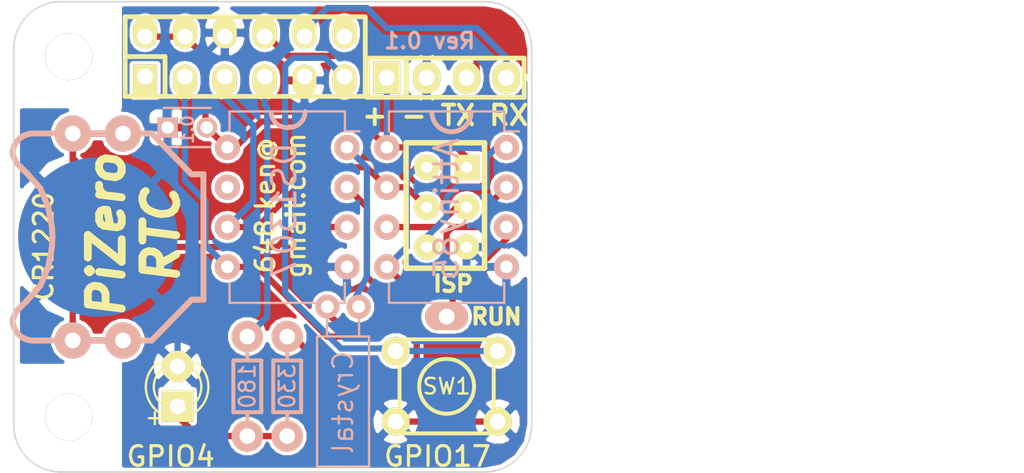
<source format=kicad_pcb>
(kicad_pcb (version 4) (host pcbnew "(2015-08-15 BZR 6092)-product")

  (general
    (links 39)
    (no_connects 0)
    (area 38.049999 39.649999 71.150001 69.750001)
    (thickness 1.6)
    (drawings 27)
    (tracks 153)
    (zones 0)
    (modules 15)
    (nets 17)
  )

  (page A4)
  (title_block
    (title "Raspberry Pi Hat Template")
    (date 2015-12-24)
    (rev 0.1)
    (company OpenFet)
    (comment 1 "Author: Julien")
    (comment 2 "License: CERN OHL V1.2")
  )

  (layers
    (0 F.Cu signal)
    (31 B.Cu signal)
    (32 B.Adhes user)
    (33 F.Adhes user)
    (34 B.Paste user)
    (35 F.Paste user)
    (36 B.SilkS user)
    (37 F.SilkS user)
    (38 B.Mask user)
    (39 F.Mask user)
    (40 Dwgs.User user hide)
    (41 Cmts.User user)
    (42 Eco1.User user)
    (43 Eco2.User user)
    (44 Edge.Cuts user)
    (45 Margin user)
    (46 B.CrtYd user)
    (47 F.CrtYd user)
    (48 B.Fab user)
    (49 F.Fab user)
  )

  (setup
    (last_trace_width 0.4)
    (user_trace_width 0.1)
    (user_trace_width 0.2)
    (user_trace_width 0.3)
    (user_trace_width 0.4)
    (user_trace_width 0.5)
    (user_trace_width 0.6)
    (user_trace_width 0.8)
    (user_trace_width 1)
    (trace_clearance 0.15)
    (zone_clearance 0.23)
    (zone_45_only yes)
    (trace_min 0.1)
    (segment_width 0.35)
    (edge_width 0.1)
    (via_size 0.889)
    (via_drill 0.635)
    (via_min_size 0.26)
    (via_min_drill 0.16)
    (user_via 0.6 0.32)
    (user_via 1.5 0.8)
    (uvia_size 0.508)
    (uvia_drill 0.127)
    (uvias_allowed no)
    (uvia_min_size 0.508)
    (uvia_min_drill 0.127)
    (pcb_text_width 0.3)
    (pcb_text_size 1.5 1.5)
    (mod_edge_width 0.15)
    (mod_text_size 1 1)
    (mod_text_width 0.15)
    (pad_size 1.7272 2.7432)
    (pad_drill 1.016)
    (pad_to_mask_clearance 0)
    (aux_axis_origin 0 0)
    (grid_origin 211.1 101.7)
    (visible_elements 7FFFFF7F)
    (pcbplotparams
      (layerselection 0x010f0_80000001)
      (usegerberextensions false)
      (excludeedgelayer true)
      (linewidth 0.100000)
      (plotframeref false)
      (viasonmask false)
      (mode 1)
      (useauxorigin false)
      (hpglpennumber 1)
      (hpglpenspeed 20)
      (hpglpendiameter 15)
      (hpglpenoverlay 2)
      (psnegative false)
      (psa4output false)
      (plotreference true)
      (plotvalue true)
      (plotinvisibletext false)
      (padsonsilk false)
      (subtractmaskfromsilk false)
      (outputformat 1)
      (mirror false)
      (drillshape 0)
      (scaleselection 1)
      (outputdirectory /home/mangokid/Desktop/hat_gerber/))
  )

  (net 0 "")
  (net 1 GND)
  (net 2 "Net-(P3-Pad7)")
  (net 3 "Net-(P3-Pad11)")
  (net 4 VCC)
  (net 5 "Net-(32.768-Pad1)")
  (net 6 "Net-(32.768-Pad2)")
  (net 7 "Net-(P1-Pad3)")
  (net 8 "Net-(P1-Pad4)")
  (net 9 "Net-(BT1-Pad1)")
  (net 10 "Net-(D1-Pad2)")
  (net 11 "Net-(CON1-Pad1)")
  (net 12 "Net-(CON1-Pad3)")
  (net 13 "Net-(CON1-Pad4)")
  (net 14 "Net-(CON1-Pad5)")
  (net 15 "Net-(IC1-Pad2)")
  (net 16 "Net-(IC1-Pad3)")

  (net_class Default "This is the default net class."
    (clearance 0.15)
    (trace_width 0.2)
    (via_dia 0.889)
    (via_drill 0.635)
    (uvia_dia 0.508)
    (uvia_drill 0.127)
    (add_net GND)
    (add_net "Net-(32.768-Pad1)")
    (add_net "Net-(32.768-Pad2)")
    (add_net "Net-(BT1-Pad1)")
    (add_net "Net-(CON1-Pad1)")
    (add_net "Net-(CON1-Pad3)")
    (add_net "Net-(CON1-Pad4)")
    (add_net "Net-(CON1-Pad5)")
    (add_net "Net-(D1-Pad2)")
    (add_net "Net-(IC1-Pad2)")
    (add_net "Net-(IC1-Pad3)")
    (add_net "Net-(P1-Pad3)")
    (add_net "Net-(P1-Pad4)")
    (add_net "Net-(P3-Pad11)")
    (add_net "Net-(P3-Pad7)")
    (add_net VCC)
  )

  (module Pin_Headers:Pin_Header_Straight_1x04 (layer F.Cu) (tedit 57FDC54B) (tstamp 57EDC523)
    (at 61.875 44.55 90)
    (descr "Through hole pin header")
    (tags "pin header")
    (path /57EDCD88)
    (fp_text reference P1 (at 0 -5.1 90) (layer F.SilkS) hide
      (effects (font (size 1 1) (thickness 0.15)))
    )
    (fp_text value CONN_01X04 (at 0 -3.1 90) (layer F.Fab)
      (effects (font (size 1 1) (thickness 0.15)))
    )
    (fp_line (start -1.25 1.25) (end 1.25 1.25) (layer F.SilkS) (width 0.3048))
    (fp_line (start -1.25 -1.25) (end -1.25 8.75) (layer F.SilkS) (width 0.3048))
    (fp_line (start -1.25 8.75) (end 1.25 8.75) (layer F.SilkS) (width 0.3048))
    (fp_line (start 1.25 8.75) (end 1.25 -1.25) (layer F.SilkS) (width 0.3048))
    (fp_line (start 1.25 -1.25) (end -1.25 -1.25) (layer F.SilkS) (width 0.3048))
    (fp_line (start -1.75 -1.75) (end -1.75 9.4) (layer F.CrtYd) (width 0.05))
    (fp_line (start 1.75 -1.75) (end 1.75 9.4) (layer F.CrtYd) (width 0.05))
    (fp_line (start -1.75 -1.75) (end 1.75 -1.75) (layer F.CrtYd) (width 0.05))
    (fp_line (start -1.75 9.4) (end 1.75 9.4) (layer F.CrtYd) (width 0.05))
    (pad 1 thru_hole rect (at 0 0 90) (size 2.032 1.7272) (drill 1.016) (layers *.Cu *.Mask F.SilkS)
      (net 4 VCC))
    (pad 2 thru_hole oval (at 0 2.54 90) (size 2.032 1.7272) (drill 1.016) (layers *.Cu *.Mask F.SilkS)
      (net 1 GND))
    (pad 3 thru_hole oval (at 0 5.08 90) (size 2.032 1.7272) (drill 1.016) (layers *.Cu *.Mask F.SilkS)
      (net 7 "Net-(P1-Pad3)"))
    (pad 4 thru_hole oval (at 0 7.62 90) (size 2.032 1.7272) (drill 1.016) (layers *.Cu *.Mask F.SilkS)
      (net 8 "Net-(P1-Pad4)"))
    (model Pin_Headers.3dshapes/Pin_Header_Straight_1x04.wrl
      (at (xyz 0 -0.15 0))
      (scale (xyz 1 1 1))
      (rotate (xyz 0 0 90))
    )
  )

  (module Pin_Headers:Pin_Header_Straight_1x01 (layer B.Cu) (tedit 57FDC3DC) (tstamp 57FDBD32)
    (at 65.685 59.79 270)
    (descr "Through hole pin header")
    (tags "pin header")
    (path /57FDE5A3)
    (fp_text reference P2 (at 0 5.1 270) (layer B.SilkS) hide
      (effects (font (size 1 1) (thickness 0.15)) (justify mirror))
    )
    (fp_text value CONN_01X01 (at 0 3.1 270) (layer B.Fab) hide
      (effects (font (size 1 1) (thickness 0.15)) (justify mirror))
    )
    (fp_line (start -1.75 1.75) (end -1.75 -1.75) (layer B.CrtYd) (width 0.05))
    (fp_line (start 1.75 1.75) (end 1.75 -1.75) (layer B.CrtYd) (width 0.05))
    (fp_line (start -1.75 1.75) (end 1.75 1.75) (layer B.CrtYd) (width 0.05))
    (fp_line (start -1.75 -1.75) (end 1.75 -1.75) (layer B.CrtYd) (width 0.05))
    (pad 1 thru_hole oval (at 0 0 270) (size 1.7272 2.7432) (drill 1.016) (layers *.Cu *.Mask B.SilkS)
      (net 16 "Net-(IC1-Pad3)"))
    (model Pin_Headers.3dshapes/Pin_Header_Straight_1x01.wrl
      (at (xyz 0 0 0))
      (scale (xyz 1 1 1))
      (rotate (xyz 0 0 90))
    )
  )

  (module Crystals:Crystal_Watch (layer B.Cu) (tedit 57FDC4E8) (tstamp 57EDC458)
    (at 59.335 59.155 180)
    (path /57E75102)
    (fp_text reference 32.768 (at -0.5 -6 270) (layer B.SilkS) hide
      (effects (font (size 1 1) (thickness 0.15)) (justify mirror))
    )
    (fp_text value Crystal (at 0.254 -6.096 270) (layer B.SilkS)
      (effects (font (size 1.27 1.27) (thickness 0.15)) (justify mirror))
    )
    (fp_line (start -1.4 -1.9) (end 1.9 -1.9) (layer B.SilkS) (width 0.15))
    (fp_line (start -1.4 -10.2) (end 1.9 -10.2) (layer B.SilkS) (width 0.15))
    (fp_line (start 1.905 -1.905) (end 1.905 -10.16) (layer B.SilkS) (width 0.15))
    (fp_line (start -1.405 -10.16) (end -1.405 -1.905) (layer B.SilkS) (width 0.15))
    (fp_line (start -0.77 0) (end -0.77 -1.905) (layer B.SilkS) (width 0.15))
    (fp_line (start 1.27 0) (end 1.27 -1.905) (layer B.SilkS) (width 0.15))
    (pad 1 thru_hole circle (at -0.75 0 180) (size 1.524 1.524) (drill 0.8128) (layers *.Cu *.Mask B.SilkS)
      (net 5 "Net-(32.768-Pad1)"))
    (pad 2 thru_hole circle (at 1.25 0 180) (size 1.524 1.524) (drill 0.8128) (layers *.Cu *.Mask B.SilkS)
      (net 6 "Net-(32.768-Pad2)"))
    (model Crystals.3dshapes/Crystal_Watch.wrl
      (at (xyz 0 0 0))
      (scale (xyz 1 1 1))
      (rotate (xyz 0 0 0))
    )
  )

  (module Housings_DIP:DIP-8_W7.62mm (layer B.Cu) (tedit 57FDC20A) (tstamp 57FDB2DD)
    (at 69.495 48.995 180)
    (descr "8-lead dip package, row spacing 7.62 mm (300 mils)")
    (tags "dil dip 2.54 300")
    (path /57FDAA68)
    (fp_text reference Attiny85 (at 3.81 -3.937 270) (layer B.SilkS)
      (effects (font (size 1.4986 1.4986) (thickness 0.19812)) (justify mirror))
    )
    (fp_text value ATTINY85-S (at 0 3.72 180) (layer B.Fab) hide
      (effects (font (size 1 1) (thickness 0.15)) (justify mirror))
    )
    (fp_arc (start 3.5 2.25) (end 3.5 1) (angle -90) (layer B.SilkS) (width 0.3048))
    (fp_arc (start 3.5 2.25) (end 4.75 2.25) (angle -90) (layer B.SilkS) (width 0.3048))
    (fp_line (start -1.05 2.45) (end -1.05 -10.1) (layer B.CrtYd) (width 0.05))
    (fp_line (start 8.65 2.45) (end 8.65 -10.1) (layer B.CrtYd) (width 0.05))
    (fp_line (start -1.05 2.45) (end 8.65 2.45) (layer B.CrtYd) (width 0.05))
    (fp_line (start -1.05 -10.1) (end 8.65 -10.1) (layer B.CrtYd) (width 0.05))
    (fp_line (start 0.135 2.295) (end 0.135 1.025) (layer B.SilkS) (width 0.15))
    (fp_line (start 7.485 2.295) (end 7.485 1.025) (layer B.SilkS) (width 0.15))
    (fp_line (start 7.485 -9.915) (end 7.485 -8.645) (layer B.SilkS) (width 0.15))
    (fp_line (start 0.135 -9.915) (end 0.135 -8.645) (layer B.SilkS) (width 0.15))
    (fp_line (start 0.135 2.295) (end 7.485 2.295) (layer B.SilkS) (width 0.15))
    (fp_line (start 0.135 -9.915) (end 7.485 -9.915) (layer B.SilkS) (width 0.15))
    (fp_line (start 0.135 1.025) (end -0.8 1.025) (layer B.SilkS) (width 0.15))
    (pad 1 thru_hole oval (at 0 0 180) (size 1.6 1.6) (drill 0.8) (layers *.Cu *.Mask B.SilkS)
      (net 14 "Net-(CON1-Pad5)"))
    (pad 2 thru_hole oval (at 0 -2.54 180) (size 1.6 1.6) (drill 0.8) (layers *.Cu *.Mask B.SilkS)
      (net 15 "Net-(IC1-Pad2)"))
    (pad 3 thru_hole oval (at 0 -5.08 180) (size 1.6 1.6) (drill 0.8) (layers *.Cu *.Mask B.SilkS)
      (net 16 "Net-(IC1-Pad3)"))
    (pad 4 thru_hole oval (at 0 -7.62 180) (size 1.6 1.6) (drill 0.8) (layers *.Cu *.Mask B.SilkS)
      (net 1 GND))
    (pad 5 thru_hole oval (at 7.62 -7.62 180) (size 1.6 1.6) (drill 0.8) (layers *.Cu *.Mask B.SilkS)
      (net 11 "Net-(CON1-Pad1)"))
    (pad 6 thru_hole oval (at 7.62 -5.08 180) (size 1.6 1.6) (drill 0.8) (layers *.Cu *.Mask B.SilkS)
      (net 13 "Net-(CON1-Pad4)"))
    (pad 7 thru_hole oval (at 7.62 -2.54 180) (size 1.6 1.6) (drill 0.8) (layers *.Cu *.Mask B.SilkS)
      (net 12 "Net-(CON1-Pad3)"))
    (pad 8 thru_hole oval (at 7.62 0 180) (size 1.6 1.6) (drill 0.8) (layers *.Cu *.Mask B.SilkS)
      (net 4 VCC))
    (model Housings_DIP.3dshapes/DIP-8_W7.62mm.wrl
      (at (xyz 0 0 0))
      (scale (xyz 1 1 1))
      (rotate (xyz 0 0 0))
    )
  )

  (module AVR-ISP-6 (layer F.Cu) (tedit 57FDBAC6) (tstamp 57FDB2D1)
    (at 64.415 50.265)
    (descr "6-lead dip package, row spacing 7.62 mm (300 mils)")
    (tags "dil dip 2.54 300")
    (path /57FDABF9)
    (fp_text reference CON1 (at 0 -2.54) (layer F.SilkS) hide
      (effects (font (size 1 1) (thickness 0.15)))
    )
    (fp_text value AVR-ISP-6 (at 0 -3.72) (layer F.Fab)
      (effects (font (size 1 1) (thickness 0.15)))
    )
    (pad 1 thru_hole oval (at 0 0) (size 1.6 1.6) (drill 0.7112) (layers *.Cu F.SilkS F.Mask)
      (net 11 "Net-(CON1-Pad1)"))
    (pad 2 thru_hole rect (at 2.54 0) (size 1.6 1.6) (drill 0.7112) (layers *.Cu F.SilkS F.Mask)
      (net 4 VCC))
    (pad 3 thru_hole oval (at 0 2.54) (size 1.6 1.6) (drill 0.7112) (layers *.Cu F.SilkS F.Mask)
      (net 12 "Net-(CON1-Pad3)"))
    (pad 4 thru_hole oval (at 2.54 2.54) (size 1.6 1.6) (drill 0.7112) (layers *.Cu F.SilkS F.Mask)
      (net 13 "Net-(CON1-Pad4)"))
    (pad 5 thru_hole oval (at 0 5.08) (size 1.6 1.6) (drill 0.7112) (layers *.Cu F.SilkS F.Mask)
      (net 14 "Net-(CON1-Pad5)"))
    (pad 6 thru_hole oval (at 2.54 5.08) (size 1.6 1.6) (drill 0.7112) (layers *.Cu F.SilkS F.Mask)
      (net 1 GND))
  )

  (module Housings_DIP:DIP-8_W7.62mm (layer B.Cu) (tedit 57FDC18F) (tstamp 57EDC464)
    (at 59.335 48.995 180)
    (descr "8-lead dip package, row spacing 7.62 mm (300 mils)")
    (tags "dil dip 2.54 300")
    (path /57E74DCC)
    (fp_text reference U1 (at 2 -9 180) (layer B.SilkS) hide
      (effects (font (size 1 1) (thickness 0.15)) (justify mirror))
    )
    (fp_text value DS1307 (at 4 -4 270) (layer B.SilkS)
      (effects (font (size 1.5 1.5) (thickness 0.2)) (justify mirror))
    )
    (fp_arc (start 3.81 2.286) (end 4.826 2.159) (angle -90) (layer B.SilkS) (width 0.3048))
    (fp_arc (start 3.683 2.286) (end 3.683 1.27) (angle -90) (layer B.SilkS) (width 0.3048))
    (fp_line (start -1.05 2.45) (end -1.05 -10.1) (layer B.CrtYd) (width 0.05))
    (fp_line (start 8.65 2.45) (end 8.65 -10.1) (layer B.CrtYd) (width 0.05))
    (fp_line (start -1.05 2.45) (end 8.65 2.45) (layer B.CrtYd) (width 0.05))
    (fp_line (start -1.05 -10.1) (end 8.65 -10.1) (layer B.CrtYd) (width 0.05))
    (fp_line (start 0.135 2.295) (end 0.135 1.025) (layer B.SilkS) (width 0.15))
    (fp_line (start 7.485 2.295) (end 7.485 1.025) (layer B.SilkS) (width 0.15))
    (fp_line (start 7.485 -9.915) (end 7.485 -8.645) (layer B.SilkS) (width 0.15))
    (fp_line (start 0.135 -9.915) (end 0.135 -8.645) (layer B.SilkS) (width 0.15))
    (fp_line (start 0.135 2.295) (end 7.485 2.295) (layer B.SilkS) (width 0.15))
    (fp_line (start 0.135 -9.915) (end 7.485 -9.915) (layer B.SilkS) (width 0.15))
    (fp_line (start 0.135 1.025) (end -0.8 1.025) (layer B.SilkS) (width 0.15))
    (pad 1 thru_hole oval (at 0 0 180) (size 1.6 1.6) (drill 0.8) (layers *.Cu *.Mask B.SilkS)
      (net 5 "Net-(32.768-Pad1)"))
    (pad 2 thru_hole oval (at 0 -2.54 180) (size 1.6 1.6) (drill 0.8) (layers *.Cu *.Mask B.SilkS)
      (net 6 "Net-(32.768-Pad2)"))
    (pad 3 thru_hole oval (at 0 -5.08 180) (size 1.6 1.6) (drill 0.8) (layers *.Cu *.Mask B.SilkS)
      (net 9 "Net-(BT1-Pad1)"))
    (pad 4 thru_hole oval (at 0 -7.62 180) (size 1.6 1.6) (drill 0.8) (layers *.Cu *.Mask B.SilkS)
      (net 1 GND))
    (pad 5 thru_hole oval (at 7.62 -7.62 180) (size 1.6 1.6) (drill 0.8) (layers *.Cu *.Mask B.SilkS)
      (net 11 "Net-(CON1-Pad1)"))
    (pad 6 thru_hole oval (at 7.62 -5.08 180) (size 1.6 1.6) (drill 0.8) (layers *.Cu *.Mask B.SilkS)
      (net 12 "Net-(CON1-Pad3)"))
    (pad 7 thru_hole oval (at 7.62 -2.54 180) (size 1.6 1.6) (drill 0.8) (layers *.Cu *.Mask B.SilkS))
    (pad 8 thru_hole oval (at 7.62 0 180) (size 1.6 1.6) (drill 0.8) (layers *.Cu *.Mask B.SilkS)
      (net 4 VCC))
    (model Housings_DIP.3dshapes/DIP-8_W7.62mm.wrl
      (at (xyz 0 0 0))
      (scale (xyz 1 1 1))
      (rotate (xyz 0 0 0))
    )
  )

  (module myFootPrints:BATT_12mm_TH (layer B.Cu) (tedit 57EDD003) (tstamp 57EDC515)
    (at 43.46 54.71 90)
    (descr "Keystone type 3000 coin cell retainer")
    (path /57E74E71)
    (fp_text reference BT1 (at 0 4.5 90) (layer B.SilkS) hide
      (effects (font (thickness 0.3048)) (justify mirror))
    )
    (fp_text value Battery (at 0 -4.5 90) (layer B.SilkS) hide
      (effects (font (thickness 0.3048)) (justify mirror))
    )
    (fp_circle (center 0 0) (end -6 -1) (layer B.CrtYd) (width 0.3048))
    (fp_line (start 0.6096 -2.921) (end 1.8542 -3.1496) (layer B.SilkS) (width 0.381))
    (fp_line (start 1.8542 -3.1496) (end 3.0988 -3.6576) (layer B.SilkS) (width 0.381))
    (fp_line (start 3.0988 -3.6576) (end 4.064 -4.5212) (layer B.SilkS) (width 0.381))
    (fp_line (start 4.064 -4.5212) (end 4.7244 -5.1816) (layer B.SilkS) (width 0.381))
    (fp_line (start 4.7244 -5.1816) (end 5.2832 -5.4356) (layer B.SilkS) (width 0.381))
    (fp_line (start 0 -2.8956) (end 0.6096 -2.921) (layer B.SilkS) (width 0.381))
    (fp_line (start -3.0988 -3.6576) (end -4.064 -4.5212) (layer B.SilkS) (width 0.381))
    (fp_line (start -4.064 -4.5212) (end -4.7244 -5.1816) (layer B.SilkS) (width 0.381))
    (fp_line (start -5.2832 -5.4356) (end -4.7244 -5.1816) (layer B.SilkS) (width 0.381))
    (fp_line (start -3.0988 -3.6576) (end -1.8542 -3.1496) (layer B.SilkS) (width 0.381))
    (fp_line (start -1.8542 -3.1496) (end -0.6096 -2.921) (layer B.SilkS) (width 0.381))
    (fp_line (start -0.6096 -2.921) (end 0 -2.8956) (layer B.SilkS) (width 0.381))
    (fp_arc (start 5.2832 -4.1148) (end 6.604 -4.1148) (angle -90) (layer B.SilkS) (width 0.381))
    (fp_arc (start -5.2832 -4.1148) (end -5.2832 -5.4356) (angle -90) (layer B.SilkS) (width 0.381))
    (fp_line (start 6.604 3.429) (end 6.604 -4.064) (layer B.SilkS) (width 0.381))
    (fp_line (start -6.604 3.429) (end -6.604 -4.064) (layer B.SilkS) (width 0.381))
    (fp_line (start 4.0005 5.969) (end 6.604 3.429) (layer B.SilkS) (width 0.381))
    (fp_line (start -4.0005 5.969) (end -6.604 3.429) (layer B.SilkS) (width 0.381))
    (fp_line (start 3.9995 6.731) (end 3.9995 5.969) (layer B.SilkS) (width 0.381))
    (fp_line (start -4.0005 6.731) (end -4.0005 5.969) (layer B.SilkS) (width 0.381))
    (fp_line (start -4.0005 6.731) (end 4.0005 6.731) (layer B.SilkS) (width 0.381))
    (pad 1 thru_hole circle (at 6.6 1.6 90) (size 2.3 2.3) (drill 1) (layers *.Cu *.Mask B.SilkS)
      (net 9 "Net-(BT1-Pad1)"))
    (pad 1 thru_hole circle (at 6.6 -1.6 90) (size 2.3 2.3) (drill 1) (layers *.Cu *.Mask B.SilkS)
      (net 9 "Net-(BT1-Pad1)"))
    (pad 1 thru_hole circle (at -6.6 -1.6 90) (size 2.3 2.3) (drill 1) (layers *.Cu *.Mask B.SilkS)
      (net 9 "Net-(BT1-Pad1)"))
    (pad 1 thru_hole circle (at -6.6 1.6 90) (size 2.3 2.3) (drill 1) (layers *.Cu *.Mask B.SilkS)
      (net 9 "Net-(BT1-Pad1)"))
    (pad 2 smd circle (at 0 0 90) (size 10.16 10.16) (layers B.Cu B.Paste B.Mask)
      (net 1 GND))
    (model walter/battery_holders/keystone_3000.wrl
      (at (xyz 0 0 0))
      (scale (xyz 1 1 1))
      (rotate (xyz 0 0 0))
    )
  )

  (module w_pin_strip:pin_socket_20x2 (layer F.Cu) (tedit 57EDC679) (tstamp 5509D7DA)
    (at 70.6 43.2)
    (descr "Pin socket 20x2pin")
    (tags "CONN DEV")
    (path /54E92361)
    (fp_text reference P3 (at 25 3.1) (layer F.SilkS) hide
      (effects (font (size 0.5 0.5) (thickness 0.125)))
    )
    (fp_text value Raspberry_Pi_+_Conn (at 0 -5.08) (layer F.SilkS) hide
      (effects (font (size 0.5 0.5) (thickness 0.125)))
    )
    (fp_line (start -25.4 -2.54) (end -10.16 -2.54) (layer F.SilkS) (width 0.3048))
    (fp_line (start -25.4 2.54) (end -10.16 2.54) (layer F.SilkS) (width 0.3048))
    (fp_line (start -25.4 0) (end -22.86 0) (layer F.SilkS) (width 0.3048))
    (fp_line (start -22.86 0) (end -22.86 2.54) (layer F.SilkS) (width 0.3048))
    (fp_line (start -25.4 -2.54) (end -25.4 2.54) (layer F.SilkS) (width 0.3048))
    (fp_line (start -10.1 2.54) (end -10.1 -2.54) (layer F.SilkS) (width 0.3048))
    (pad 1 thru_hole rect (at -24.13 1.27) (size 1.524 1.99898) (drill 1.00076 (offset 0 0.24892)) (layers *.Cu *.Mask F.SilkS))
    (pad 2 thru_hole oval (at -24.13 -1.27) (size 1.524 1.99898) (drill 1.00076 (offset 0 -0.24892)) (layers *.Cu *.Mask F.SilkS)
      (net 4 VCC))
    (pad 3 thru_hole oval (at -21.59 1.27) (size 1.524 1.99898) (drill 1.00076 (offset 0 0.24892)) (layers *.Cu *.Mask F.SilkS)
      (net 11 "Net-(CON1-Pad1)"))
    (pad 4 thru_hole oval (at -21.59 -1.27) (size 1.524 1.99898) (drill 1.00076 (offset 0 -0.24892)) (layers *.Cu *.Mask F.SilkS)
      (net 4 VCC))
    (pad 5 thru_hole oval (at -19.05 1.27) (size 1.524 1.99898) (drill 1.00076 (offset 0 0.24892)) (layers *.Cu *.Mask F.SilkS)
      (net 12 "Net-(CON1-Pad3)"))
    (pad 6 thru_hole oval (at -19.05 -1.27) (size 1.524 1.99898) (drill 1.00076 (offset 0 -0.24892)) (layers *.Cu *.Mask F.SilkS)
      (net 1 GND))
    (pad 7 thru_hole oval (at -16.51 1.27) (size 1.524 1.99898) (drill 1.00076 (offset 0 0.24892)) (layers *.Cu *.Mask F.SilkS)
      (net 2 "Net-(P3-Pad7)"))
    (pad 8 thru_hole oval (at -16.51 -1.27) (size 1.524 1.99898) (drill 1.00076 (offset 0 -0.24892)) (layers *.Cu *.Mask F.SilkS)
      (net 7 "Net-(P1-Pad3)"))
    (pad 9 thru_hole oval (at -13.97 1.27) (size 1.524 1.99898) (drill 1.00076 (offset 0 0.24892)) (layers *.Cu *.Mask F.SilkS)
      (net 1 GND))
    (pad 10 thru_hole oval (at -13.97 -1.27) (size 1.524 1.99898) (drill 1.00076 (offset 0 -0.24892)) (layers *.Cu *.Mask F.SilkS)
      (net 8 "Net-(P1-Pad4)"))
    (pad 11 thru_hole oval (at -11.43 1.27) (size 1.524 1.99898) (drill 1.00076 (offset 0 0.24892)) (layers *.Cu *.Mask F.SilkS)
      (net 3 "Net-(P3-Pad11)"))
    (pad 12 thru_hole oval (at -11.43 -1.27) (size 1.524 1.99898) (drill 1.00076 (offset 0 -0.24892)) (layers *.Cu *.Mask F.SilkS))
    (model ../../../../../home/mangokid/kicad_libs/modules/packages3d/walter/pin_strip/pin_socket_20x2.wrl
      (at (xyz 0 0 -0.025))
      (scale (xyz 1 1 1))
      (rotate (xyz 0 180 0))
    )
  )

  (module Mounting_Holes:MountingHole_3mm (layer F.Cu) (tedit 5687A909) (tstamp 5684F8FC)
    (at 41.6 43.2)
    (descr "Mounting hole, Befestigungsbohrung, 3mm, No Annular, Kein Restring,")
    (tags "Mounting hole, Befestigungsbohrung, 3mm, No Annular, Kein Restring,")
    (fp_text reference REF** (at 0 -4.0005) (layer F.SilkS) hide
      (effects (font (size 0.5 0.5) (thickness 0.125)))
    )
    (fp_text value MountingHole_3mm (at 1.00076 5.00126) (layer F.Fab) hide
      (effects (font (size 0.5 0.5) (thickness 0.125)))
    )
    (fp_circle (center 0 0) (end 3 0) (layer Cmts.User) (width 0.381))
    (pad 1 thru_hole circle (at 0 0) (size 3 3) (drill 3) (layers))
  )

  (module Mounting_Holes:MountingHole_3mm (layer F.Cu) (tedit 5687A904) (tstamp 5684F8FF)
    (at 41.6 66.2)
    (descr "Mounting hole, Befestigungsbohrung, 3mm, No Annular, Kein Restring,")
    (tags "Mounting hole, Befestigungsbohrung, 3mm, No Annular, Kein Restring,")
    (fp_text reference REF** (at 0 -4.0005) (layer F.SilkS) hide
      (effects (font (size 0.5 0.5) (thickness 0.125)))
    )
    (fp_text value MountingHole_3mm (at 1.00076 5.00126) (layer F.Fab) hide
      (effects (font (size 0.5 0.5) (thickness 0.125)))
    )
    (fp_circle (center 0 0) (end 3 0) (layer Cmts.User) (width 0.381))
    (pad 1 thru_hole circle (at 0 0) (size 3 3) (drill 3) (layers))
  )

  (module Capacitors_ThroughHole:C_Disc_D3_P2.5 (layer B.Cu) (tedit 57FDC2D7) (tstamp 57EDC452)
    (at 47.905 47.725)
    (descr "Capacitor 3mm Disc, Pitch 2.5mm")
    (tags Capacitor)
    (path /57E756BE)
    (fp_text reference 0.1 (at 1.27 0.127 90) (layer B.SilkS)
      (effects (font (size 0.762 0.762) (thickness 0.15)) (justify mirror))
    )
    (fp_text value C_Small (at 1.25 -2.5) (layer B.Fab)
      (effects (font (size 1 1) (thickness 0.15)) (justify mirror))
    )
    (fp_line (start -0.9 1.5) (end 3.4 1.5) (layer B.CrtYd) (width 0.05))
    (fp_line (start 3.4 1.5) (end 3.4 -1.5) (layer B.CrtYd) (width 0.05))
    (fp_line (start 3.4 -1.5) (end -0.9 -1.5) (layer B.CrtYd) (width 0.05))
    (fp_line (start -0.9 -1.5) (end -0.9 1.5) (layer B.CrtYd) (width 0.05))
    (fp_line (start -0.25 1.25) (end 2.75 1.25) (layer B.SilkS) (width 0.15))
    (fp_line (start 2.75 -1.25) (end -0.25 -1.25) (layer B.SilkS) (width 0.15))
    (pad 1 thru_hole rect (at 0 0) (size 1.3 1.3) (drill 0.8) (layers *.Cu *.Mask B.SilkS)
      (net 1 GND))
    (pad 2 thru_hole circle (at 2.5 0) (size 1.3 1.3) (drill 0.8001) (layers *.Cu *.Mask B.SilkS)
      (net 4 VCC))
    (model Capacitors_ThroughHole.3dshapes/C_Disc_D3_P2.5.wrl
      (at (xyz 0.049213 0 0))
      (scale (xyz 1 1 1))
      (rotate (xyz 0 0 0))
    )
  )

  (module myFootPrints:LED-3MM (layer F.Cu) (tedit 57578FCB) (tstamp 57EDC51B)
    (at 48.54 62.965 270)
    (descr "LED 3mm round vertical")
    (tags "LED  3mm round vertical")
    (path /57EDC2DF)
    (fp_text reference D1 (at 1.91 3.06 270) (layer F.SilkS) hide
      (effects (font (size 1 1) (thickness 0.15)))
    )
    (fp_text value LED (at 1.27 -1.524 270) (layer F.Fab)
      (effects (font (size 1 1) (thickness 0.15)))
    )
    (fp_text user + (at 3.302 1.524 270) (layer F.SilkS)
      (effects (font (size 1 1) (thickness 0.15)))
    )
    (fp_line (start -1.2 2.3) (end 3.8 2.3) (layer F.CrtYd) (width 0.05))
    (fp_line (start 3.8 2.3) (end 3.8 -2.2) (layer F.CrtYd) (width 0.05))
    (fp_line (start 3.8 -2.2) (end -1.2 -2.2) (layer F.CrtYd) (width 0.05))
    (fp_line (start -1.2 -2.2) (end -1.2 2.3) (layer F.CrtYd) (width 0.05))
    (fp_line (start -0.199 1.314) (end -0.199 1.114) (layer F.SilkS) (width 0.15))
    (fp_line (start -0.199 -1.28) (end -0.199 -1.1) (layer F.SilkS) (width 0.15))
    (fp_arc (start 1.301 0.034) (end -0.199 -1.286) (angle 108.5) (layer F.SilkS) (width 0.15))
    (fp_arc (start 1.301 0.034) (end 0.25 -1.1) (angle 85.7) (layer F.SilkS) (width 0.15))
    (fp_arc (start 1.311 0.034) (end 3.051 0.994) (angle 110) (layer F.SilkS) (width 0.15))
    (fp_arc (start 1.301 0.034) (end 2.335 1.094) (angle 87.5) (layer F.SilkS) (width 0.15))
    (pad 1 thru_hole circle (at 0 0) (size 2 2) (drill 1.00076) (layers *.Cu *.Mask F.SilkS)
      (net 1 GND))
    (pad 2 thru_hole rect (at 2.54 0 270) (size 2 2) (drill 1.00076) (layers *.Cu *.Mask F.SilkS)
      (net 10 "Net-(D1-Pad2)"))
    (model LEDs.3dshapes/LED-3MM.wrl
      (at (xyz 0.05 0 0))
      (scale (xyz 1 1 1))
      (rotate (xyz 0 0 90))
    )
  )

  (module myFootPrints:Resistor_Horz (layer B.Cu) (tedit 57FDC17F) (tstamp 57EDC529)
    (at 52.985 64.235 90)
    (descr "Resistor, Axial,  RM 10mm, 1/3W,")
    (tags "Resistor, Axial, RM 10mm, 1/3W,")
    (path /57EDC340)
    (fp_text reference R1 (at 0 1.905 90) (layer B.Fab) hide
      (effects (font (size 1 1) (thickness 0.15)) (justify mirror))
    )
    (fp_text value 180 (at 0 0 90) (layer B.SilkS)
      (effects (font (size 1 1) (thickness 0.15)) (justify mirror))
    )
    (fp_line (start -1.651 0) (end -2.413 0) (layer B.SilkS) (width 0.254))
    (fp_line (start 1.651 0) (end 2.413 0) (layer B.SilkS) (width 0.254))
    (fp_line (start 1.651 -0.889) (end 1.651 -0.635) (layer B.SilkS) (width 0.254))
    (fp_line (start 1.651 -0.889) (end -1.651 -0.889) (layer B.SilkS) (width 0.254))
    (fp_line (start -1.651 -0.889) (end -1.651 0.889) (layer B.SilkS) (width 0.254))
    (fp_line (start -1.651 0.889) (end 1.651 0.889) (layer B.SilkS) (width 0.254))
    (fp_line (start 1.651 0.889) (end 1.651 -0.635) (layer B.SilkS) (width 0.254))
    (pad 1 thru_hole circle (at -3.175 0 90) (size 1.99898 1.99898) (drill 1.00076) (layers *.Cu *.SilkS *.Mask)
      (net 10 "Net-(D1-Pad2)"))
    (pad 2 thru_hole circle (at 3.175 0 90) (size 1.99898 1.99898) (drill 1.00076) (layers *.Cu *.SilkS *.Mask)
      (net 2 "Net-(P3-Pad7)"))
    (model Resistors_ThroughHole.3dshapes/Resistor_Horizontal_RM10mm.wrl
      (at (xyz 0 0 0))
      (scale (xyz 0.4 0.4 0.4))
      (rotate (xyz 0 0 0))
    )
  )

  (module myFootPrints:SW_PUSH_SMALL (layer F.Cu) (tedit 57A15124) (tstamp 57EDC531)
    (at 65.685 64.235)
    (path /57EDC379)
    (fp_text reference SW1 (at 0 0) (layer F.SilkS)
      (effects (font (size 1 1) (thickness 0.15)))
    )
    (fp_text value SPST (at 0 2) (layer F.Fab) hide
      (effects (font (size 0.3 0.3) (thickness 0.075)))
    )
    (fp_line (start -3 -3) (end 3 -3) (layer F.SilkS) (width 0.25))
    (fp_line (start 3 -3) (end 3 3) (layer F.SilkS) (width 0.25))
    (fp_line (start 3 3) (end -3 3) (layer F.SilkS) (width 0.25))
    (fp_line (start -3 3) (end -3 -3) (layer F.SilkS) (width 0.25))
    (fp_circle (center 0 0) (end -1.75 0) (layer F.SilkS) (width 0.25))
    (pad 1 thru_hole circle (at 3.25 -2.25) (size 1.8 1.8) (drill 1) (layers *.Cu *.Mask F.SilkS)
      (net 3 "Net-(P3-Pad11)"))
    (pad 2 thru_hole circle (at 3.25 2.25) (size 1.8 1.8) (drill 1) (layers *.Cu *.Mask F.SilkS)
      (net 1 GND))
    (pad 1 thru_hole circle (at -3.25 -2.25) (size 1.8 1.8) (drill 1) (layers *.Cu *.Mask F.SilkS)
      (net 3 "Net-(P3-Pad11)"))
    (pad 2 thru_hole circle (at -3.25 2.25) (size 1.8 1.8) (drill 1) (layers *.Cu *.Mask F.SilkS)
      (net 1 GND))
  )

  (module myFootPrints:Resistor_Horz (layer B.Cu) (tedit 57FDC17A) (tstamp 57FDB2E3)
    (at 55.525 64.235 90)
    (descr "Resistor, Axial,  RM 10mm, 1/3W,")
    (tags "Resistor, Axial, RM 10mm, 1/3W,")
    (path /57FDCB99)
    (fp_text reference R2 (at 0 1.905 90) (layer B.Fab) hide
      (effects (font (size 1 1) (thickness 0.15)) (justify mirror))
    )
    (fp_text value 330 (at 0 0 90) (layer B.SilkS)
      (effects (font (size 1 1) (thickness 0.15)) (justify mirror))
    )
    (fp_line (start -1.651 0) (end -2.413 0) (layer B.SilkS) (width 0.254))
    (fp_line (start 1.651 0) (end 2.413 0) (layer B.SilkS) (width 0.254))
    (fp_line (start 1.651 -0.889) (end 1.651 -0.635) (layer B.SilkS) (width 0.254))
    (fp_line (start 1.651 -0.889) (end -1.651 -0.889) (layer B.SilkS) (width 0.254))
    (fp_line (start -1.651 -0.889) (end -1.651 0.889) (layer B.SilkS) (width 0.254))
    (fp_line (start -1.651 0.889) (end 1.651 0.889) (layer B.SilkS) (width 0.254))
    (fp_line (start 1.651 0.889) (end 1.651 -0.635) (layer B.SilkS) (width 0.254))
    (pad 1 thru_hole circle (at -3.175 0 90) (size 1.99898 1.99898) (drill 1.00076) (layers *.Cu *.SilkS *.Mask)
      (net 10 "Net-(D1-Pad2)"))
    (pad 2 thru_hole circle (at 3.175 0 90) (size 1.99898 1.99898) (drill 1.00076) (layers *.Cu *.SilkS *.Mask)
      (net 15 "Net-(IC1-Pad2)"))
    (model Resistors_ThroughHole.3dshapes/Resistor_Horizontal_RM10mm.wrl
      (at (xyz 0 0 0))
      (scale (xyz 0.4 0.4 0.4))
      (rotate (xyz 0 0 0))
    )
  )

  (gr_text RUN (at 68.86 59.79) (layer F.SilkS)
    (effects (font (size 1.016 1.016) (thickness 0.254)))
  )
  (gr_line (start 63.1 56.7) (end 63.1 48.7) (angle 90) (layer F.SilkS) (width 0.35))
  (gr_line (start 68.1 56.7) (end 63.1 56.7) (angle 90) (layer F.SilkS) (width 0.35))
  (gr_line (start 68.1 48.7) (end 68.1 56.7) (angle 90) (layer F.SilkS) (width 0.35))
  (gr_line (start 63.1 48.7) (end 68.1 48.7) (angle 90) (layer F.SilkS) (width 0.35))
  (gr_text ISP (at 66.1 57.7) (layer F.SilkS)
    (effects (font (size 1.016 1.016) (thickness 0.254)))
  )
  (gr_line (start 66.1 39.7) (end 68.1 39.7) (angle 90) (layer Edge.Cuts) (width 0.1))
  (gr_line (start 66.1 69.7) (end 68.1 69.7) (angle 90) (layer Edge.Cuts) (width 0.1))
  (gr_text "Rev 0.1" (at 64.6 42.2) (layer B.SilkS)
    (effects (font (size 1 1) (thickness 0.2)) (justify mirror))
  )
  (gr_line (start 41.1 39.7) (end 66.1 39.7) (angle 90) (layer Edge.Cuts) (width 0.1))
  (gr_line (start 41.1 69.7) (end 66.1 69.7) (angle 90) (layer Edge.Cuts) (width 0.1))
  (gr_text "648.ken@\ngmail.com" (at 55.1 52.7 90) (layer F.SilkS)
    (effects (font (size 1.2 1.2) (thickness 0.2)))
  )
  (gr_text "PiZero\nRTC" (at 45.746 54.583 90) (layer F.SilkS)
    (effects (font (size 2.159 2.159) (thickness 0.5) italic))
  )
  (gr_text GPIO4 (at 48.1 68.7) (layer F.SilkS)
    (effects (font (size 1.25 1.25) (thickness 0.2)))
  )
  (gr_text GPIO17 (at 65.1 68.7) (layer F.SilkS)
    (effects (font (size 1.25 1.25) (thickness 0.2)))
  )
  (gr_text CR1220 (at 40 55.3 90) (layer F.SilkS)
    (effects (font (size 1.2 1.2) (thickness 0.2)))
  )
  (gr_text "+ - TX RX" (at 65.6 46.95) (layer F.SilkS)
    (effects (font (size 1.25 1.25) (thickness 0.25)))
  )
  (dimension 30 (width 0.3) (layer Dwgs.User)
    (gr_text "30.000 mm" (at 117.45 54.7 270) (layer Dwgs.User) (tstamp 5684FADD)
      (effects (font (size 0.5 0.5) (thickness 0.125)))
    )
    (feature1 (pts (xy 100.1 69.7) (xy 118.8 69.7)))
    (feature2 (pts (xy 100.1 39.7) (xy 118.8 39.7)))
    (crossbar (pts (xy 116.1 39.7) (xy 116.1 69.7)))
    (arrow1a (pts (xy 116.1 69.7) (xy 115.513579 68.573496)))
    (arrow1b (pts (xy 116.1 69.7) (xy 116.686421 68.573496)))
    (arrow2a (pts (xy 116.1 39.7) (xy 115.513579 40.826504)))
    (arrow2b (pts (xy 116.1 39.7) (xy 116.686421 40.826504)))
  )
  (dimension 65 (width 0.3) (layer Dwgs.User)
    (gr_text "65.000 mm" (at 70.6 15.850001) (layer Dwgs.User)
      (effects (font (size 0.5 0.5) (thickness 0.125)))
    )
    (feature1 (pts (xy 38.1 42.7) (xy 38.1 14.500001)))
    (feature2 (pts (xy 103.1 42.7) (xy 103.1 14.500001)))
    (crossbar (pts (xy 103.1 17.200001) (xy 38.1 17.200001)))
    (arrow1a (pts (xy 38.1 17.200001) (xy 39.226504 16.61358)))
    (arrow1b (pts (xy 38.1 17.200001) (xy 39.226504 17.786422)))
    (arrow2a (pts (xy 103.1 17.200001) (xy 101.973496 16.61358)))
    (arrow2b (pts (xy 103.1 17.200001) (xy 101.973496 17.786422)))
  )
  (dimension 23 (width 0.3) (layer Dwgs.User)
    (gr_text "23.000 mm" (at 109.45 54.7 270) (layer Dwgs.User)
      (effects (font (size 0.5 0.5) (thickness 0.125)))
    )
    (feature1 (pts (xy 99.6 66.2) (xy 110.8 66.2)))
    (feature2 (pts (xy 99.6 43.2) (xy 110.8 43.2)))
    (crossbar (pts (xy 108.1 43.2) (xy 108.1 66.2)))
    (arrow1a (pts (xy 108.1 66.2) (xy 107.513579 65.073496)))
    (arrow1b (pts (xy 108.1 66.2) (xy 108.686421 65.073496)))
    (arrow2a (pts (xy 108.1 43.2) (xy 107.513579 44.326504)))
    (arrow2b (pts (xy 108.1 43.2) (xy 108.686421 44.326504)))
  )
  (gr_line (start 38.1 42.7) (end 38.1 66.7) (angle 90) (layer Edge.Cuts) (width 0.1))
  (gr_line (start 71.1 66.7) (end 71.1 42.7) (angle 90) (layer Edge.Cuts) (width 0.1))
  (gr_arc (start 68.1 42.7) (end 68.1 39.7) (angle 90) (layer Edge.Cuts) (width 0.1))
  (gr_arc (start 68.1 66.7) (end 71.1 66.7) (angle 90) (layer Edge.Cuts) (width 0.1))
  (gr_arc (start 41.1 66.7) (end 41.1 69.7) (angle 90) (layer Edge.Cuts) (width 0.1))
  (dimension 58 (width 0.3) (layer Dwgs.User)
    (gr_text "58.000 mm" (at 70.6 26.35) (layer Dwgs.User)
      (effects (font (size 0.5 0.5) (thickness 0.125)))
    )
    (feature1 (pts (xy 99.6 43.2) (xy 99.6 25)))
    (feature2 (pts (xy 41.6 43.2) (xy 41.6 25)))
    (crossbar (pts (xy 41.6 27.7) (xy 99.6 27.7)))
    (arrow1a (pts (xy 99.6 27.7) (xy 98.473496 28.286421)))
    (arrow1b (pts (xy 99.6 27.7) (xy 98.473496 27.113579)))
    (arrow2a (pts (xy 41.6 27.7) (xy 42.726504 28.286421)))
    (arrow2b (pts (xy 41.6 27.7) (xy 42.726504 27.113579)))
  )
  (gr_arc (start 41.1 42.7) (end 38.1 42.7) (angle 90) (layer Edge.Cuts) (width 0.1))

  (segment (start 68.935 66.485) (end 62.435 66.485) (width 0.4) (layer F.Cu) (net 1))
  (segment (start 69.495 56.615) (end 69.495 58.901) (width 0.4) (layer F.Cu) (net 1))
  (segment (start 67.082 64.632) (end 68.935 66.485) (width 0.4) (layer F.Cu) (net 1) (tstamp 57FDC08C))
  (segment (start 67.082 61.314) (end 67.082 64.632) (width 0.4) (layer F.Cu) (net 1) (tstamp 57FDC08A))
  (segment (start 69.495 58.901) (end 67.082 61.314) (width 0.4) (layer F.Cu) (net 1) (tstamp 57FDC085))
  (segment (start 47.905 47.725) (end 47.905 50.265) (width 0.4) (layer B.Cu) (net 1))
  (segment (start 47.905 50.265) (end 43.46 54.71) (width 0.4) (layer B.Cu) (net 1) (tstamp 57FDB6A7))
  (segment (start 43.46 54.71) (end 43.46 54.964) (width 0.4) (layer B.Cu) (net 1) (tstamp 57FDB6A9))
  (segment (start 43.46 54.964) (end 48.54 60.044) (width 0.4) (layer B.Cu) (net 1) (tstamp 57FDB6AA))
  (segment (start 48.54 60.044) (end 48.54 62.965) (width 0.4) (layer B.Cu) (net 1) (tstamp 57FDB6AB))
  (segment (start 51.55 41.93) (end 51.414 41.93) (width 0.4) (layer B.Cu) (net 1))
  (segment (start 51.414 41.93) (end 50.064 43.28) (width 0.4) (layer B.Cu) (net 1) (tstamp 57FDB698))
  (segment (start 47.778 43.534) (end 47.778 47.598) (width 0.4) (layer B.Cu) (net 1) (tstamp 57FDB69B))
  (segment (start 48.032 43.28) (end 47.778 43.534) (width 0.4) (layer B.Cu) (net 1) (tstamp 57FDB69A))
  (segment (start 50.064 43.28) (end 48.032 43.28) (width 0.4) (layer B.Cu) (net 1) (tstamp 57FDB699))
  (segment (start 47.778 47.598) (end 47.905 47.725) (width 0.4) (layer B.Cu) (net 1) (tstamp 57FDB69C))
  (segment (start 59.335 56.615) (end 59.335 56.869) (width 0.4) (layer B.Cu) (net 1))
  (segment (start 67.336 55.98) (end 67.336 55.726) (width 0.4) (layer B.Cu) (net 1) (tstamp 57FDB68E))
  (segment (start 67.336 55.726) (end 66.955 55.345) (width 0.4) (layer B.Cu) (net 1) (tstamp 57FDB68F))
  (segment (start 69.495 56.615) (end 68.225 56.615) (width 0.4) (layer B.Cu) (net 1))
  (segment (start 68.225 56.615) (end 66.955 55.345) (width 0.4) (layer B.Cu) (net 1) (tstamp 57FDB685))
  (segment (start 56.63 44.47) (end 56.63 55.434) (width 0.4) (layer B.Cu) (net 1))
  (segment (start 57.811 56.615) (end 59.335 56.615) (width 0.4) (layer B.Cu) (net 1) (tstamp 57FDB682))
  (segment (start 56.63 55.434) (end 57.811 56.615) (width 0.4) (layer B.Cu) (net 1) (tstamp 57FDB681))
  (segment (start 51.55 41.93) (end 51.762 41.93) (width 0.4) (layer B.Cu) (net 1))
  (segment (start 43.46 54.71) (end 43.46 52.17) (width 0.4) (layer B.Cu) (net 1))
  (segment (start 68.935 66.485) (end 68.935 66.215) (width 0.4) (layer F.Cu) (net 1))
  (segment (start 54.09 44.47) (end 54.09 46.29) (width 0.4) (layer B.Cu) (net 2))
  (segment (start 54.255 59.79) (end 52.985 61.06) (width 0.4) (layer B.Cu) (net 2) (tstamp 57FDB76C))
  (segment (start 54.255 46.455) (end 54.255 59.79) (width 0.4) (layer B.Cu) (net 2) (tstamp 57FDB76B))
  (segment (start 54.09 46.29) (end 54.255 46.455) (width 0.4) (layer B.Cu) (net 2) (tstamp 57FDB76A))
  (segment (start 59.17 44.47) (end 59.128 44.47) (width 0.4) (layer B.Cu) (net 3))
  (segment (start 59.128 44.47) (end 57.938 43.28) (width 0.4) (layer B.Cu) (net 3) (tstamp 57FDC060))
  (segment (start 57.938 43.28) (end 55.906 43.28) (width 0.4) (layer B.Cu) (net 3) (tstamp 57FDC062))
  (segment (start 55.906 43.28) (end 55.398 43.788) (width 0.4) (layer B.Cu) (net 3) (tstamp 57FDC063))
  (segment (start 55.398 43.788) (end 55.398 58.266) (width 0.4) (layer B.Cu) (net 3) (tstamp 57FDC065))
  (segment (start 55.398 58.266) (end 58.954 61.822) (width 0.4) (layer B.Cu) (net 3) (tstamp 57FDC067))
  (segment (start 58.954 61.822) (end 62.272 61.822) (width 0.4) (layer B.Cu) (net 3) (tstamp 57FDC06C))
  (segment (start 62.272 61.822) (end 62.435 61.985) (width 0.4) (layer B.Cu) (net 3) (tstamp 57FDC06E))
  (segment (start 62.435 61.985) (end 68.935 61.985) (width 0.4) (layer B.Cu) (net 3) (tstamp 57FDC06F))
  (segment (start 61.875 48.995) (end 61.875 45.185) (width 0.4) (layer B.Cu) (net 4))
  (segment (start 61.875 45.185) (end 62.51 44.55) (width 0.4) (layer B.Cu) (net 4) (tstamp 57FDB7B6))
  (segment (start 61.875 45.185) (end 62.51 44.55) (width 0.4) (layer B.Cu) (net 4) (tstamp 57FDB7B1))
  (segment (start 51.715 48.995) (end 52.223 48.995) (width 0.4) (layer F.Cu) (net 4))
  (segment (start 52.223 48.995) (end 53.874 47.344) (width 0.4) (layer F.Cu) (net 4) (tstamp 57FDB703))
  (segment (start 60.224 47.344) (end 61.875 48.995) (width 0.4) (layer F.Cu) (net 4) (tstamp 57FDB706))
  (segment (start 53.874 47.344) (end 60.224 47.344) (width 0.4) (layer F.Cu) (net 4) (tstamp 57FDB704))
  (segment (start 61.875 48.995) (end 66.32 48.995) (width 0.4) (layer F.Cu) (net 4))
  (segment (start 66.32 48.995) (end 66.955 49.63) (width 0.4) (layer F.Cu) (net 4) (tstamp 57FDB6F9))
  (segment (start 66.955 49.63) (end 66.955 50.265) (width 0.4) (layer F.Cu) (net 4) (tstamp 57FDB6FA))
  (segment (start 51.715 48.995) (end 51.675 48.995) (width 0.4) (layer F.Cu) (net 4))
  (segment (start 51.675 48.995) (end 50.318 47.638) (width 0.4) (layer F.Cu) (net 4) (tstamp 57FDB66E))
  (segment (start 50.318 47.638) (end 50.318 43.238) (width 0.4) (layer F.Cu) (net 4) (tstamp 57FDB66F))
  (segment (start 50.318 43.238) (end 49.01 41.93) (width 0.4) (layer F.Cu) (net 4) (tstamp 57FDB670))
  (segment (start 49.01 41.93) (end 46.47 41.93) (width 0.4) (layer F.Cu) (net 4) (tstamp 57FDB671))
  (segment (start 59.835 59.155) (end 59.835 58.655) (width 0.4) (layer B.Cu) (net 5) (status 30))
  (segment (start 59.835 58.655) (end 60.605 57.25) (width 0.4) (layer B.Cu) (net 5) (tstamp 57FDB7C2) (status 10))
  (segment (start 60.605 57.25) (end 60.605 50.265) (width 0.4) (layer B.Cu) (net 5) (tstamp 57FDB7C3))
  (segment (start 60.605 50.265) (end 59.335 48.995) (width 0.4) (layer B.Cu) (net 5) (tstamp 57FDB7C4))
  (segment (start 61.24 57.885) (end 61.875 58.52) (width 0.4) (layer F.Cu) (net 6))
  (segment (start 61.24 57.885) (end 60.605 57.25) (width 0.4) (layer F.Cu) (net 6) (tstamp 57FDB7CC))
  (segment (start 60.605 57.25) (end 60.605 52.805) (width 0.4) (layer F.Cu) (net 6) (tstamp 57FDB7CD))
  (segment (start 59.335 51.535) (end 60.605 52.805) (width 0.4) (layer F.Cu) (net 6) (tstamp 57FDB7CE))
  (segment (start 58.954 60.425) (end 58.085 59.556) (width 0.4) (layer F.Cu) (net 6) (tstamp 57FDC3A9))
  (segment (start 60.986 60.425) (end 58.954 60.425) (width 0.4) (layer F.Cu) (net 6) (tstamp 57FDC3A6))
  (segment (start 61.875 59.536) (end 60.986 60.425) (width 0.4) (layer F.Cu) (net 6) (tstamp 57FDC3A4))
  (segment (start 61.875 58.52) (end 61.875 59.536) (width 0.4) (layer F.Cu) (net 6) (tstamp 57FDC39E))
  (segment (start 58.085 59.556) (end 58.085 59.155) (width 0.4) (layer F.Cu) (net 6) (tstamp 57FDC3AB))
  (segment (start 58.335 59.685) (end 58.335 59.155) (width 0.4) (layer F.Cu) (net 6) (tstamp 57FDB8DC))
  (segment (start 58.335 59.155) (end 58.335 59.425) (width 0.4) (layer F.Cu) (net 6) (status 10))
  (segment (start 54.09 41.93) (end 54.302 41.93) (width 0.4) (layer F.Cu) (net 7))
  (segment (start 54.302 41.93) (end 55.525 43.153) (width 0.4) (layer F.Cu) (net 7) (tstamp 57FDB6EE))
  (segment (start 55.525 43.153) (end 60.859 43.153) (width 0.4) (layer F.Cu) (net 7) (tstamp 57FDB6EF))
  (segment (start 60.859 43.153) (end 61.748 42.264) (width 0.4) (layer F.Cu) (net 7) (tstamp 57FDB6F0))
  (segment (start 61.748 42.264) (end 66.574 42.264) (width 0.4) (layer F.Cu) (net 7) (tstamp 57FDB6F1))
  (segment (start 66.574 42.264) (end 67.59 43.28) (width 0.4) (layer F.Cu) (net 7) (tstamp 57FDB6F2))
  (segment (start 67.59 43.28) (end 67.59 44.55) (width 0.4) (layer F.Cu) (net 7) (tstamp 57FDB6F3))
  (segment (start 56.63 41.93) (end 56.63 41.54) (width 0.4) (layer B.Cu) (net 8))
  (segment (start 56.63 41.54) (end 58.065 40.105) (width 0.4) (layer B.Cu) (net 8) (tstamp 57FDC03B))
  (segment (start 69.495 43.28) (end 69.495 44.55) (width 0.4) (layer B.Cu) (net 8) (tstamp 57FDC045))
  (segment (start 67.59 41.375) (end 69.495 43.28) (width 0.4) (layer B.Cu) (net 8) (tstamp 57FDC043))
  (segment (start 61.875 41.375) (end 67.59 41.375) (width 0.4) (layer B.Cu) (net 8) (tstamp 57FDC042))
  (segment (start 60.605 40.105) (end 61.875 41.375) (width 0.4) (layer B.Cu) (net 8) (tstamp 57FDC03E))
  (segment (start 58.065 40.105) (end 60.605 40.105) (width 0.4) (layer B.Cu) (net 8) (tstamp 57FDC03C))
  (segment (start 56.63 41.93) (end 56.842 41.93) (width 0.4) (layer B.Cu) (net 8))
  (segment (start 41.86 61.31) (end 45.06 61.31) (width 0.4) (layer F.Cu) (net 9))
  (segment (start 41.86 48.11) (end 45.06 48.11) (width 0.4) (layer F.Cu) (net 9))
  (segment (start 41.86 61.31) (end 41.86 48.11) (width 0.4) (layer F.Cu) (net 9))
  (segment (start 59.335 54.075) (end 56.16 54.075) (width 0.4) (layer F.Cu) (net 9))
  (segment (start 41.86 49.681) (end 41.86 48.11) (width 0.4) (layer F.Cu) (net 9) (tstamp 57FDB6D1))
  (segment (start 47.524 55.345) (end 41.86 49.681) (width 0.4) (layer F.Cu) (net 9) (tstamp 57FDB6CF))
  (segment (start 54.89 55.345) (end 47.524 55.345) (width 0.4) (layer F.Cu) (net 9) (tstamp 57FDB6CE))
  (segment (start 56.16 54.075) (end 54.89 55.345) (width 0.4) (layer F.Cu) (net 9) (tstamp 57FDB6CD))
  (segment (start 52.985 67.41) (end 55.525 67.41) (width 0.4) (layer F.Cu) (net 10))
  (segment (start 48.54 65.505) (end 48.54 66.14) (width 0.4) (layer F.Cu) (net 10))
  (segment (start 48.54 66.14) (end 49.81 67.41) (width 0.4) (layer F.Cu) (net 10) (tstamp 57FDB7DD))
  (segment (start 49.81 67.41) (end 52.985 67.41) (width 0.4) (layer F.Cu) (net 10) (tstamp 57FDB7DE))
  (segment (start 60.605 61.06) (end 61.367 61.06) (width 0.4) (layer F.Cu) (net 11))
  (segment (start 60.605 61.06) (end 58.065 61.06) (width 0.4) (layer F.Cu) (net 11) (tstamp 57FDB7D7))
  (segment (start 58.065 61.06) (end 54.89 57.885) (width 0.4) (layer F.Cu) (net 11) (tstamp 57FDB7D8))
  (segment (start 54.89 57.885) (end 53.62 56.615) (width 0.4) (layer F.Cu) (net 11) (tstamp 57FDB7D9))
  (segment (start 51.715 56.615) (end 53.62 56.615) (width 0.4) (layer F.Cu) (net 11) (tstamp 57FDB7DA))
  (segment (start 62.764 57.504) (end 61.875 56.615) (width 0.4) (layer F.Cu) (net 11) (tstamp 57FDC3B2))
  (segment (start 62.764 59.663) (end 62.764 57.504) (width 0.4) (layer F.Cu) (net 11) (tstamp 57FDC3B0))
  (segment (start 61.367 61.06) (end 62.764 59.663) (width 0.4) (layer F.Cu) (net 11) (tstamp 57FDC3AE))
  (segment (start 61.875 56.615) (end 63.145 55.345) (width 0.4) (layer B.Cu) (net 11))
  (segment (start 63.145 55.345) (end 63.145 52.17) (width 0.4) (layer B.Cu) (net 11) (tstamp 57FDB7B9))
  (segment (start 63.145 52.17) (end 63.145 50.9) (width 0.4) (layer B.Cu) (net 11) (tstamp 57FDB7BA))
  (segment (start 63.145 50.9) (end 63.78 50.265) (width 0.4) (layer B.Cu) (net 11) (tstamp 57FDB7BB))
  (segment (start 63.78 50.265) (end 64.415 50.265) (width 0.4) (layer B.Cu) (net 11) (tstamp 57FDB7BC))
  (segment (start 51.715 56.615) (end 51.969 56.615) (width 0.4) (layer F.Cu) (net 11))
  (segment (start 49.01 44.47) (end 49.01 51.116) (width 0.4) (layer B.Cu) (net 11))
  (segment (start 49.01 51.116) (end 50.318 52.424) (width 0.4) (layer B.Cu) (net 11) (tstamp 57FDB6B2))
  (segment (start 50.318 52.424) (end 50.318 55.218) (width 0.4) (layer B.Cu) (net 11) (tstamp 57FDB6B3))
  (segment (start 50.318 55.218) (end 51.715 56.615) (width 0.4) (layer B.Cu) (net 11) (tstamp 57FDB6B4))
  (segment (start 61.875 51.535) (end 60.605 50.265) (width 0.4) (layer F.Cu) (net 12))
  (segment (start 53.62 54.075) (end 51.715 54.075) (width 0.4) (layer F.Cu) (net 12) (tstamp 57FDB7D3))
  (segment (start 57.43 50.265) (end 53.62 54.075) (width 0.4) (layer F.Cu) (net 12) (tstamp 57FDB7D2))
  (segment (start 60.605 50.265) (end 57.43 50.265) (width 0.4) (layer F.Cu) (net 12) (tstamp 57FDB7D1))
  (segment (start 61.875 51.535) (end 63.145 51.535) (width 0.4) (layer F.Cu) (net 12))
  (segment (start 63.145 51.535) (end 64.415 52.805) (width 0.4) (layer F.Cu) (net 12) (tstamp 57FDB6DB))
  (segment (start 51.55 44.47) (end 51.55 45.782) (width 0.4) (layer B.Cu) (net 12))
  (segment (start 51.55 45.782) (end 53.366 47.598) (width 0.4) (layer B.Cu) (net 12) (tstamp 57FDB6C2))
  (segment (start 53.366 47.598) (end 53.366 52.424) (width 0.4) (layer B.Cu) (net 12) (tstamp 57FDB6C3))
  (segment (start 53.366 52.424) (end 51.715 54.075) (width 0.4) (layer B.Cu) (net 12) (tstamp 57FDB6C5))
  (segment (start 61.875 54.075) (end 65.05 54.075) (width 0.4) (layer F.Cu) (net 13))
  (segment (start 65.05 54.075) (end 66.32 52.805) (width 0.4) (layer F.Cu) (net 13) (tstamp 57FDC0EE))
  (segment (start 66.32 52.805) (end 66.955 52.805) (width 0.4) (layer F.Cu) (net 13) (tstamp 57FDC0F0))
  (segment (start 64.415 55.345) (end 64.415 54.71) (width 0.4) (layer B.Cu) (net 14))
  (segment (start 64.415 54.71) (end 65.685 53.44) (width 0.4) (layer B.Cu) (net 14) (tstamp 57FDB792))
  (segment (start 65.685 53.44) (end 65.685 52.17) (width 0.4) (layer B.Cu) (net 14) (tstamp 57FDB793))
  (segment (start 65.685 52.17) (end 66.32 51.535) (width 0.4) (layer B.Cu) (net 14) (tstamp 57FDB794))
  (segment (start 66.32 51.535) (end 68.225 51.535) (width 0.4) (layer B.Cu) (net 14) (tstamp 57FDB795))
  (segment (start 68.225 51.535) (end 68.225 50.9) (width 0.4) (layer B.Cu) (net 14) (tstamp 57FDB796))
  (segment (start 68.225 50.9) (end 68.225 49.63) (width 0.4) (layer B.Cu) (net 14) (tstamp 57FDB797))
  (segment (start 68.225 49.63) (end 68.86 48.995) (width 0.4) (layer B.Cu) (net 14) (tstamp 57FDB798))
  (segment (start 68.86 48.995) (end 69.495 48.995) (width 0.4) (layer B.Cu) (net 14) (tstamp 57FDB799))
  (segment (start 55.525 61.06) (end 55.906 61.06) (width 0.4) (layer F.Cu) (net 15))
  (segment (start 55.906 61.06) (end 58.954 64.108) (width 0.4) (layer F.Cu) (net 15) (tstamp 57FDC0C8))
  (segment (start 58.954 64.108) (end 62.891 64.108) (width 0.4) (layer F.Cu) (net 15) (tstamp 57FDC0C9))
  (segment (start 62.891 64.108) (end 63.78 63.219) (width 0.4) (layer F.Cu) (net 15) (tstamp 57FDC0CB))
  (segment (start 63.78 63.219) (end 63.78 58.52) (width 0.4) (layer F.Cu) (net 15) (tstamp 57FDC0CD))
  (segment (start 63.78 58.52) (end 65.685 56.615) (width 0.4) (layer F.Cu) (net 15) (tstamp 57FDC0CE))
  (segment (start 65.685 56.615) (end 65.685 54.456) (width 0.4) (layer F.Cu) (net 15) (tstamp 57FDC0D0))
  (segment (start 65.685 54.456) (end 66.066 54.075) (width 0.4) (layer F.Cu) (net 15) (tstamp 57FDC0D5))
  (segment (start 66.066 54.075) (end 67.59 54.075) (width 0.4) (layer F.Cu) (net 15) (tstamp 57FDC0D6))
  (segment (start 67.59 54.075) (end 68.606 53.059) (width 0.4) (layer F.Cu) (net 15) (tstamp 57FDC0D7))
  (segment (start 68.606 53.059) (end 68.606 52.424) (width 0.4) (layer F.Cu) (net 15) (tstamp 57FDC0DA))
  (segment (start 68.606 52.424) (end 69.495 51.535) (width 0.4) (layer F.Cu) (net 15) (tstamp 57FDC0DB))
  (segment (start 69.495 54.075) (end 69.495 54.837) (width 0.4) (layer F.Cu) (net 16))
  (segment (start 69.495 54.837) (end 66.066 58.266) (width 0.4) (layer F.Cu) (net 16) (tstamp 57FDC092))
  (segment (start 66.066 58.266) (end 66.066 59.409) (width 0.4) (layer F.Cu) (net 16) (tstamp 57FDC094))
  (segment (start 66.066 59.409) (end 65.685 59.79) (width 0.4) (layer F.Cu) (net 16) (tstamp 57FDC095))

  (zone (net 1) (net_name GND) (layer F.Cu) (tstamp 0) (hatch edge 0.508)
    (connect_pads (clearance 0.23))
    (min_thickness 0.254)
    (fill yes (arc_segments 16) (thermal_gap 0.508) (thermal_bridge_width 0.508))
    (polygon
      (pts
        (xy 38.5 46.5) (xy 45 46.5) (xy 45 40) (xy 96 40) (xy 96 47)
        (xy 102.5 47) (xy 102.5 63) (xy 96 63) (xy 96 69.5) (xy 45 69.5)
        (xy 45 62.8) (xy 38.5 62.8)
      )
    )
    (filled_polygon
      (pts
        (xy 47.130142 55.738859) (xy 47.238466 55.811238) (xy 47.310845 55.859601) (xy 47.524 55.902) (xy 50.803969 55.902)
        (xy 50.623404 56.172235) (xy 50.535333 56.615) (xy 50.623404 57.057765) (xy 50.87421 57.433123) (xy 51.249568 57.683929)
        (xy 51.692333 57.772) (xy 51.737667 57.772) (xy 52.180432 57.683929) (xy 52.55579 57.433123) (xy 52.730267 57.172)
        (xy 53.389284 57.172) (xy 54.496141 58.278858) (xy 54.496144 58.27886) (xy 56.009808 59.792524) (xy 55.796006 59.703746)
        (xy 55.256361 59.703275) (xy 54.757614 59.909353) (xy 54.375694 60.290607) (xy 54.254959 60.58137) (xy 54.135647 60.292614)
        (xy 53.754393 59.910694) (xy 53.256006 59.703746) (xy 52.716361 59.703275) (xy 52.217614 59.909353) (xy 51.835694 60.290607)
        (xy 51.628746 60.788994) (xy 51.628275 61.328639) (xy 51.834353 61.827386) (xy 52.215607 62.209306) (xy 52.713994 62.416254)
        (xy 53.253639 62.416725) (xy 53.752386 62.210647) (xy 54.134306 61.829393) (xy 54.255041 61.53863) (xy 54.374353 61.827386)
        (xy 54.755607 62.209306) (xy 55.253994 62.416254) (xy 55.793639 62.416725) (xy 56.275789 62.217505) (xy 58.560142 64.501859)
        (xy 58.668466 64.574238) (xy 58.740845 64.622601) (xy 58.954 64.665) (xy 62.891 64.665) (xy 63.104155 64.622601)
        (xy 63.284858 64.501858) (xy 64.173859 63.612858) (xy 64.246238 63.504534) (xy 64.294601 63.432155) (xy 64.337 63.219)
        (xy 64.337 62.233936) (xy 67.677782 62.233936) (xy 67.868746 62.696103) (xy 68.222037 63.050011) (xy 68.68387 63.241781)
        (xy 69.183936 63.242218) (xy 69.646103 63.051254) (xy 70.000011 62.697963) (xy 70.191781 62.23613) (xy 70.192218 61.736064)
        (xy 70.001254 61.273897) (xy 69.647963 60.919989) (xy 69.18613 60.728219) (xy 68.686064 60.727782) (xy 68.223897 60.918746)
        (xy 67.869989 61.272037) (xy 67.678219 61.73387) (xy 67.677782 62.233936) (xy 64.337 62.233936) (xy 64.337 60.691154)
        (xy 64.676032 60.917687) (xy 65.143135 61.0106) (xy 66.226865 61.0106) (xy 66.693968 60.917687) (xy 67.08996 60.653095)
        (xy 67.354552 60.257103) (xy 67.447465 59.79) (xy 67.354552 59.322897) (xy 67.08996 58.926905) (xy 66.693968 58.662313)
        (xy 66.623 58.648197) (xy 66.623 58.496716) (xy 68.118496 57.00122) (xy 68.263959 57.352423) (xy 68.639866 57.767389)
        (xy 69.145959 58.006914) (xy 69.368 57.885629) (xy 69.368 56.742) (xy 69.348 56.742) (xy 69.348 56.488)
        (xy 69.368 56.488) (xy 69.368 56.468) (xy 69.622 56.468) (xy 69.622 56.488) (xy 69.642 56.488)
        (xy 69.642 56.742) (xy 69.622 56.742) (xy 69.622 57.885629) (xy 69.844041 58.006914) (xy 70.350134 57.767389)
        (xy 70.693 57.388897) (xy 70.693 66.659912) (xy 70.488253 67.689248) (xy 69.92789 68.527888) (xy 69.089247 69.088253)
        (xy 68.059912 69.293) (xy 45.127 69.293) (xy 45.127 64.505) (xy 47.176006 64.505) (xy 47.176006 66.505)
        (xy 47.200899 66.637296) (xy 47.279086 66.758802) (xy 47.398386 66.840316) (xy 47.54 66.868994) (xy 48.481278 66.868994)
        (xy 49.416141 67.803858) (xy 49.596845 67.924601) (xy 49.81 67.967) (xy 51.747423 67.967) (xy 51.834353 68.177386)
        (xy 52.215607 68.559306) (xy 52.713994 68.766254) (xy 53.253639 68.766725) (xy 53.752386 68.560647) (xy 54.134306 68.179393)
        (xy 54.222499 67.967) (xy 54.287423 67.967) (xy 54.374353 68.177386) (xy 54.755607 68.559306) (xy 55.253994 68.766254)
        (xy 55.793639 68.766725) (xy 56.292386 68.560647) (xy 56.674306 68.179393) (xy 56.881254 67.681006) (xy 56.881355 67.565159)
        (xy 61.534446 67.565159) (xy 61.620852 67.821643) (xy 62.194336 68.031458) (xy 62.80446 68.005839) (xy 63.249148 67.821643)
        (xy 63.335554 67.565159) (xy 68.034446 67.565159) (xy 68.120852 67.821643) (xy 68.694336 68.031458) (xy 69.30446 68.005839)
        (xy 69.749148 67.821643) (xy 69.835554 67.565159) (xy 68.935 66.664605) (xy 68.034446 67.565159) (xy 63.335554 67.565159)
        (xy 62.435 66.664605) (xy 61.534446 67.565159) (xy 56.881355 67.565159) (xy 56.881725 67.141361) (xy 56.675647 66.642614)
        (xy 56.294393 66.260694) (xy 56.254999 66.244336) (xy 60.888542 66.244336) (xy 60.914161 66.85446) (xy 61.098357 67.299148)
        (xy 61.354841 67.385554) (xy 62.255395 66.485) (xy 62.614605 66.485) (xy 63.515159 67.385554) (xy 63.771643 67.299148)
        (xy 63.981458 66.725664) (xy 63.961248 66.244336) (xy 67.388542 66.244336) (xy 67.414161 66.85446) (xy 67.598357 67.299148)
        (xy 67.854841 67.385554) (xy 68.755395 66.485) (xy 69.114605 66.485) (xy 70.015159 67.385554) (xy 70.271643 67.299148)
        (xy 70.481458 66.725664) (xy 70.455839 66.11554) (xy 70.271643 65.670852) (xy 70.015159 65.584446) (xy 69.114605 66.485)
        (xy 68.755395 66.485) (xy 67.854841 65.584446) (xy 67.598357 65.670852) (xy 67.388542 66.244336) (xy 63.961248 66.244336)
        (xy 63.955839 66.11554) (xy 63.771643 65.670852) (xy 63.515159 65.584446) (xy 62.614605 66.485) (xy 62.255395 66.485)
        (xy 61.354841 65.584446) (xy 61.098357 65.670852) (xy 60.888542 66.244336) (xy 56.254999 66.244336) (xy 55.796006 66.053746)
        (xy 55.256361 66.053275) (xy 54.757614 66.259353) (xy 54.375694 66.640607) (xy 54.287501 66.853) (xy 54.222577 66.853)
        (xy 54.135647 66.642614) (xy 53.754393 66.260694) (xy 53.256006 66.053746) (xy 52.716361 66.053275) (xy 52.217614 66.259353)
        (xy 51.835694 66.640607) (xy 51.747501 66.853) (xy 50.040717 66.853) (xy 49.858679 66.670963) (xy 49.875316 66.646614)
        (xy 49.903994 66.505) (xy 49.903994 65.404841) (xy 61.534446 65.404841) (xy 62.435 66.305395) (xy 63.335554 65.404841)
        (xy 68.034446 65.404841) (xy 68.935 66.305395) (xy 69.835554 65.404841) (xy 69.749148 65.148357) (xy 69.175664 64.938542)
        (xy 68.56554 64.964161) (xy 68.120852 65.148357) (xy 68.034446 65.404841) (xy 63.335554 65.404841) (xy 63.249148 65.148357)
        (xy 62.675664 64.938542) (xy 62.06554 64.964161) (xy 61.620852 65.148357) (xy 61.534446 65.404841) (xy 49.903994 65.404841)
        (xy 49.903994 64.505) (xy 49.879101 64.372704) (xy 49.800914 64.251198) (xy 49.681614 64.169684) (xy 49.54 64.141006)
        (xy 49.504248 64.141006) (xy 49.512927 64.117532) (xy 48.54 63.144605) (xy 47.567073 64.117532) (xy 47.575752 64.141006)
        (xy 47.54 64.141006) (xy 47.407704 64.165899) (xy 47.286198 64.244086) (xy 47.204684 64.363386) (xy 47.176006 64.505)
        (xy 45.127 64.505) (xy 45.127 62.817059) (xy 45.358446 62.817261) (xy 45.641123 62.700461) (xy 46.894092 62.700461)
        (xy 46.918144 63.35046) (xy 47.120613 63.839264) (xy 47.387468 63.937927) (xy 48.360395 62.965) (xy 48.719605 62.965)
        (xy 49.692532 63.937927) (xy 49.959387 63.839264) (xy 50.185908 63.229539) (xy 50.161856 62.57954) (xy 49.959387 62.090736)
        (xy 49.692532 61.992073) (xy 48.719605 62.965) (xy 48.360395 62.965) (xy 47.387468 61.992073) (xy 47.120613 62.090736)
        (xy 46.894092 62.700461) (xy 45.641123 62.700461) (xy 45.912532 62.588317) (xy 46.336828 62.164762) (xy 46.483112 61.812468)
        (xy 47.567073 61.812468) (xy 48.54 62.785395) (xy 49.512927 61.812468) (xy 49.414264 61.545613) (xy 48.804539 61.319092)
        (xy 48.15454 61.343144) (xy 47.665736 61.545613) (xy 47.567073 61.812468) (xy 46.483112 61.812468) (xy 46.566738 61.611076)
        (xy 46.567261 61.011554) (xy 46.338317 60.457468) (xy 45.914762 60.033172) (xy 45.361076 59.803262) (xy 44.761554 59.802739)
        (xy 44.207468 60.031683) (xy 43.783172 60.455238) (xy 43.659531 60.753) (xy 43.260429 60.753) (xy 43.138317 60.457468)
        (xy 42.714762 60.033172) (xy 42.417 59.909531) (xy 42.417 51.025716)
      )
    )
    (filled_polygon
      (pts
        (xy 58.49421 54.893123) (xy 58.869568 55.143929) (xy 59.207998 55.211247) (xy 59.207998 55.34437) (xy 58.985959 55.223086)
        (xy 58.479866 55.462611) (xy 58.103959 55.877577) (xy 57.943096 56.265961) (xy 58.065085 56.488) (xy 59.208 56.488)
        (xy 59.208 56.468) (xy 59.462 56.468) (xy 59.462 56.488) (xy 59.482 56.488) (xy 59.482 56.742)
        (xy 59.462 56.742) (xy 59.462 57.885629) (xy 59.684041 58.006914) (xy 60.190134 57.767389) (xy 60.258834 57.69155)
        (xy 60.846142 58.278859) (xy 60.846145 58.278861) (xy 61.318 58.750717) (xy 61.318 59.305283) (xy 61.17475 59.448533)
        (xy 61.203806 59.378559) (xy 61.204194 58.933394) (xy 61.034196 58.521965) (xy 60.71969 58.206911) (xy 60.308559 58.036194)
        (xy 59.863394 58.035806) (xy 59.451965 58.205804) (xy 59.136911 58.52031) (xy 59.085084 58.645124) (xy 59.034196 58.521965)
        (xy 58.71969 58.206911) (xy 58.308559 58.036194) (xy 57.863394 58.035806) (xy 57.451965 58.205804) (xy 57.136911 58.52031)
        (xy 56.966194 58.931441) (xy 56.965983 59.173267) (xy 55.28386 57.491144) (xy 55.283858 57.491141) (xy 54.756756 56.964039)
        (xy 57.943096 56.964039) (xy 58.103959 57.352423) (xy 58.479866 57.767389) (xy 58.985959 58.006914) (xy 59.208 57.885629)
        (xy 59.208 56.742) (xy 58.065085 56.742) (xy 57.943096 56.964039) (xy 54.756756 56.964039) (xy 54.013858 56.221142)
        (xy 53.833155 56.100399) (xy 53.62 56.058) (xy 52.730267 56.058) (xy 52.626031 55.902) (xy 54.89 55.902)
        (xy 55.103155 55.859601) (xy 55.283858 55.738858) (xy 56.390717 54.632) (xy 58.319733 54.632)
      )
    )
    (filled_polygon
      (pts
        (xy 50.636535 40.37429) (xy 50.296865 40.805253) (xy 50.147973 41.333398) (xy 50.306746 41.55408) (xy 51.423 41.55408)
        (xy 51.423 41.53408) (xy 51.677 41.53408) (xy 51.677 41.55408) (xy 52.793254 41.55408) (xy 52.891867 41.417015)
        (xy 52.971 41.417015) (xy 52.971 41.945145) (xy 53.056179 42.373368) (xy 53.298748 42.736397) (xy 53.661777 42.978966)
        (xy 54.09 43.064145) (xy 54.518223 42.978966) (xy 54.545214 42.960931) (xy 55.131141 43.546858) (xy 55.258352 43.631858)
        (xy 55.311845 43.667601) (xy 55.487624 43.702565) (xy 55.376865 43.843093) (xy 55.227973 44.371238) (xy 55.386746 44.59192)
        (xy 56.503 44.59192) (xy 56.503 44.57192) (xy 56.757 44.57192) (xy 56.757 44.59192) (xy 57.873254 44.59192)
        (xy 58.032027 44.371238) (xy 57.883135 43.843093) (xy 57.778236 43.71) (xy 58.347746 43.71) (xy 58.136179 44.026632)
        (xy 58.051 44.454855) (xy 58.051 44.982985) (xy 58.136179 45.411208) (xy 58.378748 45.774237) (xy 58.741777 46.016806)
        (xy 59.17 46.101985) (xy 59.598223 46.016806) (xy 59.961252 45.774237) (xy 60.203821 45.411208) (xy 60.289 44.982985)
        (xy 60.289 44.454855) (xy 60.203821 44.026632) (xy 59.992254 43.71) (xy 60.647406 43.71) (xy 60.647406 45.566)
        (xy 60.672299 45.698296) (xy 60.750486 45.819802) (xy 60.869786 45.901316) (xy 61.0114 45.929994) (xy 62.7386 45.929994)
        (xy 62.870896 45.905101) (xy 62.992402 45.826914) (xy 63.073916 45.707614) (xy 63.102594 45.566) (xy 63.102594 45.405852)
        (xy 63.123046 45.46432) (xy 63.512964 45.900732) (xy 64.040209 46.154709) (xy 64.055974 46.157358) (xy 64.288 46.036217)
        (xy 64.288 44.677) (xy 64.268 44.677) (xy 64.268 44.423) (xy 64.288 44.423) (xy 64.288 43.063783)
        (xy 64.055974 42.942642) (xy 64.040209 42.945291) (xy 63.512964 43.199268) (xy 63.123046 43.63568) (xy 63.102594 43.694148)
        (xy 63.102594 43.534) (xy 63.077701 43.401704) (xy 62.999514 43.280198) (xy 62.880214 43.198684) (xy 62.7386 43.170006)
        (xy 61.62971 43.170006) (xy 61.978717 42.821) (xy 66.343284 42.821) (xy 66.719274 43.19699) (xy 66.487897 43.243014)
        (xy 66.091905 43.507606) (xy 65.827313 43.903598) (xy 65.817655 43.952152) (xy 65.706954 43.63568) (xy 65.317036 43.199268)
        (xy 64.789791 42.945291) (xy 64.774026 42.942642) (xy 64.542 43.063783) (xy 64.542 44.423) (xy 64.562 44.423)
        (xy 64.562 44.677) (xy 64.542 44.677) (xy 64.542 46.036217) (xy 64.774026 46.157358) (xy 64.789791 46.154709)
        (xy 65.317036 45.900732) (xy 65.706954 45.46432) (xy 65.817655 45.147848) (xy 65.827313 45.196402) (xy 66.091905 45.592394)
        (xy 66.487897 45.856986) (xy 66.955 45.949899) (xy 67.422103 45.856986) (xy 67.818095 45.592394) (xy 68.082687 45.196402)
        (xy 68.1756 44.729299) (xy 68.1756 44.370701) (xy 68.147 44.22692) (xy 68.147 43.28) (xy 68.104601 43.066845)
        (xy 67.983858 42.886142) (xy 66.967858 41.870142) (xy 66.787155 41.749399) (xy 66.574 41.707) (xy 61.748 41.707)
        (xy 61.534845 41.749399) (xy 61.491941 41.778067) (xy 61.354142 41.870141) (xy 60.628284 42.596) (xy 60.055063 42.596)
        (xy 60.203821 42.373368) (xy 60.289 41.945145) (xy 60.289 41.417015) (xy 60.203821 40.988792) (xy 59.961252 40.625763)
        (xy 59.598223 40.383194) (xy 59.17 40.298015) (xy 58.741777 40.383194) (xy 58.378748 40.625763) (xy 58.136179 40.988792)
        (xy 58.051 41.417015) (xy 58.051 41.945145) (xy 58.136179 42.373368) (xy 58.284937 42.596) (xy 57.515063 42.596)
        (xy 57.663821 42.373368) (xy 57.749 41.945145) (xy 57.749 41.417015) (xy 57.663821 40.988792) (xy 57.421252 40.625763)
        (xy 57.058223 40.383194) (xy 56.63 40.298015) (xy 56.201777 40.383194) (xy 55.838748 40.625763) (xy 55.596179 40.988792)
        (xy 55.511 41.417015) (xy 55.511 41.945145) (xy 55.596179 42.373368) (xy 55.723231 42.563514) (xy 55.191722 42.032006)
        (xy 55.209 41.945145) (xy 55.209 41.417015) (xy 55.123821 40.988792) (xy 54.881252 40.625763) (xy 54.518223 40.383194)
        (xy 54.09 40.298015) (xy 53.661777 40.383194) (xy 53.298748 40.625763) (xy 53.056179 40.988792) (xy 52.971 41.417015)
        (xy 52.891867 41.417015) (xy 52.952027 41.333398) (xy 52.803135 40.805253) (xy 52.463465 40.37429) (xy 52.022007 40.127)
        (xy 68.160459 40.127) (xy 69.089247 40.311747) (xy 69.92789 40.872112) (xy 70.488253 41.710752) (xy 70.693 42.740088)
        (xy 70.693 44.257084) (xy 70.622687 43.903598) (xy 70.358095 43.507606) (xy 69.962103 43.243014) (xy 69.495 43.150101)
        (xy 69.027897 43.243014) (xy 68.631905 43.507606) (xy 68.367313 43.903598) (xy 68.2744 44.370701) (xy 68.2744 44.729299)
        (xy 68.367313 45.196402) (xy 68.631905 45.592394) (xy 69.027897 45.856986) (xy 69.495 45.949899) (xy 69.962103 45.856986)
        (xy 70.358095 45.592394) (xy 70.622687 45.196402) (xy 70.693 44.842916) (xy 70.693 55.841103) (xy 70.350134 55.462611)
        (xy 69.879737 55.23998) (xy 69.888858 55.230859) (xy 69.944875 55.147023) (xy 69.960432 55.143929) (xy 70.33579 54.893123)
        (xy 70.586596 54.517765) (xy 70.674667 54.075) (xy 70.586596 53.632235) (xy 70.33579 53.256877) (xy 69.960432 53.006071)
        (xy 69.517667 52.918) (xy 69.472333 52.918) (xy 69.163 52.97953) (xy 69.163 52.654716) (xy 69.183223 52.634493)
        (xy 69.472333 52.692) (xy 69.517667 52.692) (xy 69.960432 52.603929) (xy 70.33579 52.353123) (xy 70.586596 51.977765)
        (xy 70.674667 51.535) (xy 70.586596 51.092235) (xy 70.33579 50.716877) (xy 69.960432 50.466071) (xy 69.517667 50.378)
        (xy 69.472333 50.378) (xy 69.029568 50.466071) (xy 68.65421 50.716877) (xy 68.403404 51.092235) (xy 68.315333 51.535)
        (xy 68.380362 51.861922) (xy 68.212142 52.030142) (xy 68.091399 52.210845) (xy 68.053941 52.39916) (xy 68.046596 52.362235)
        (xy 67.79579 51.986877) (xy 67.420432 51.736071) (xy 66.977667 51.648) (xy 66.932333 51.648) (xy 66.489568 51.736071)
        (xy 66.11421 51.986877) (xy 65.863404 52.362235) (xy 65.835683 52.5016) (xy 65.584317 52.752966) (xy 65.506596 52.362235)
        (xy 65.25579 51.986877) (xy 64.880432 51.736071) (xy 64.437667 51.648) (xy 64.392333 51.648) (xy 64.103224 51.705507)
        (xy 63.538858 51.141142) (xy 63.358155 51.020399) (xy 63.145 50.978) (xy 62.890267 50.978) (xy 62.71579 50.716877)
        (xy 62.340432 50.466071) (xy 61.897667 50.378) (xy 61.852333 50.378) (xy 61.563224 50.435507) (xy 60.998858 49.871142)
        (xy 60.818155 49.750399) (xy 60.605 49.708) (xy 60.246031 49.708) (xy 60.426596 49.437765) (xy 60.514667 48.995)
        (xy 60.426596 48.552235) (xy 60.17579 48.176877) (xy 59.800432 47.926071) (xy 59.674391 47.901) (xy 59.993284 47.901)
        (xy 60.760361 48.668078) (xy 60.695333 48.995) (xy 60.783404 49.437765) (xy 61.03421 49.813123) (xy 61.409568 50.063929)
        (xy 61.852333 50.152) (xy 61.897667 50.152) (xy 62.340432 50.063929) (xy 62.71579 49.813123) (xy 62.890267 49.552)
        (xy 63.503969 49.552) (xy 63.323404 49.822235) (xy 63.235333 50.265) (xy 63.323404 50.707765) (xy 63.57421 51.083123)
        (xy 63.949568 51.333929) (xy 64.392333 51.422) (xy 64.437667 51.422) (xy 64.880432 51.333929) (xy 65.25579 51.083123)
        (xy 65.506596 50.707765) (xy 65.594667 50.265) (xy 65.506596 49.822235) (xy 65.326031 49.552) (xy 65.791006 49.552)
        (xy 65.791006 51.065) (xy 65.815899 51.197296) (xy 65.894086 51.318802) (xy 66.013386 51.400316) (xy 66.155 51.428994)
        (xy 67.755 51.428994) (xy 67.887296 51.404101) (xy 68.008802 51.325914) (xy 68.090316 51.206614) (xy 68.118994 51.065)
        (xy 68.118994 49.465) (xy 68.094101 49.332704) (xy 68.015914 49.211198) (xy 67.896614 49.129684) (xy 67.755 49.101006)
        (xy 67.213723 49.101006) (xy 67.107717 48.995) (xy 68.315333 48.995) (xy 68.403404 49.437765) (xy 68.65421 49.813123)
        (xy 69.029568 50.063929) (xy 69.472333 50.152) (xy 69.517667 50.152) (xy 69.960432 50.063929) (xy 70.33579 49.813123)
        (xy 70.586596 49.437765) (xy 70.674667 48.995) (xy 70.586596 48.552235) (xy 70.33579 48.176877) (xy 69.960432 47.926071)
        (xy 69.517667 47.838) (xy 69.472333 47.838) (xy 69.029568 47.926071) (xy 68.65421 48.176877) (xy 68.403404 48.552235)
        (xy 68.315333 48.995) (xy 67.107717 48.995) (xy 66.713858 48.601142) (xy 66.533155 48.480399) (xy 66.32 48.438)
        (xy 62.890267 48.438) (xy 62.71579 48.176877) (xy 62.340432 47.926071) (xy 61.897667 47.838) (xy 61.852333 47.838)
        (xy 61.563224 47.895507) (xy 60.617858 46.950142) (xy 60.437155 46.829399) (xy 60.224 46.787) (xy 53.874 46.787)
        (xy 53.660845 46.829399) (xy 53.598871 46.870809) (xy 53.480142 46.950141) (xy 52.374524 48.055759) (xy 52.180432 47.926071)
        (xy 51.737667 47.838) (xy 51.692333 47.838) (xy 51.411853 47.893791) (xy 51.412174 47.525574) (xy 51.259191 47.155326)
        (xy 50.976164 46.871805) (xy 50.875 46.829798) (xy 50.875 45.851914) (xy 51.121777 46.016806) (xy 51.55 46.101985)
        (xy 51.978223 46.016806) (xy 52.341252 45.774237) (xy 52.583821 45.411208) (xy 52.669 44.982985) (xy 52.669 44.454855)
        (xy 52.971 44.454855) (xy 52.971 44.982985) (xy 53.056179 45.411208) (xy 53.298748 45.774237) (xy 53.661777 46.016806)
        (xy 54.09 46.101985) (xy 54.518223 46.016806) (xy 54.881252 45.774237) (xy 55.123821 45.411208) (xy 55.192367 45.066602)
        (xy 55.227973 45.066602) (xy 55.376865 45.594747) (xy 55.716535 46.02571) (xy 56.195272 46.293882) (xy 56.28693 46.31063)
        (xy 56.503 46.18813) (xy 56.503 44.84592) (xy 56.757 44.84592) (xy 56.757 46.18813) (xy 56.97307 46.31063)
        (xy 57.064728 46.293882) (xy 57.543465 46.02571) (xy 57.883135 45.594747) (xy 58.032027 45.066602) (xy 57.873254 44.84592)
        (xy 56.757 44.84592) (xy 56.503 44.84592) (xy 55.386746 44.84592) (xy 55.227973 45.066602) (xy 55.192367 45.066602)
        (xy 55.209 44.982985) (xy 55.209 44.454855) (xy 55.123821 44.026632) (xy 54.881252 43.663603) (xy 54.518223 43.421034)
        (xy 54.09 43.335855) (xy 53.661777 43.421034) (xy 53.298748 43.663603) (xy 53.056179 44.026632) (xy 52.971 44.454855)
        (xy 52.669 44.454855) (xy 52.583821 44.026632) (xy 52.341252 43.663603) (xy 51.978223 43.421034) (xy 51.55 43.335855)
        (xy 51.121777 43.421034) (xy 50.875 43.585926) (xy 50.875 43.238) (xy 50.84891 43.106835) (xy 51.115272 43.256042)
        (xy 51.20693 43.27279) (xy 51.423 43.15029) (xy 51.423 41.80808) (xy 51.677 41.80808) (xy 51.677 43.15029)
        (xy 51.89307 43.27279) (xy 51.984728 43.256042) (xy 52.463465 42.98787) (xy 52.803135 42.556907) (xy 52.952027 42.028762)
        (xy 52.793254 41.80808) (xy 51.677 41.80808) (xy 51.423 41.80808) (xy 50.306746 41.80808) (xy 50.147973 42.028762)
        (xy 50.246708 42.378991) (xy 50.076549 42.208833) (xy 50.129 41.945145) (xy 50.129 41.417015) (xy 50.043821 40.988792)
        (xy 49.801252 40.625763) (xy 49.438223 40.383194) (xy 49.01 40.298015) (xy 48.581777 40.383194) (xy 48.218748 40.625763)
        (xy 47.976179 40.988792) (xy 47.899755 41.373) (xy 47.580245 41.373) (xy 47.503821 40.988792) (xy 47.261252 40.625763)
        (xy 46.898223 40.383194) (xy 46.47 40.298015) (xy 46.041777 40.383194) (xy 45.678748 40.625763) (xy 45.436179 40.988792)
        (xy 45.351 41.417015) (xy 45.351 41.945145) (xy 45.436179 42.373368) (xy 45.678748 42.736397) (xy 46.041777 42.978966)
        (xy 46.47 43.064145) (xy 46.898223 42.978966) (xy 47.261252 42.736397) (xy 47.427894 42.487) (xy 48.052106 42.487)
        (xy 48.218748 42.736397) (xy 48.581777 42.978966) (xy 49.01 43.064145) (xy 49.298952 43.006669) (xy 49.761 43.468717)
        (xy 49.761 43.636707) (xy 49.438223 43.421034) (xy 49.01 43.335855) (xy 48.581777 43.421034) (xy 48.218748 43.663603)
        (xy 47.976179 44.026632) (xy 47.891 44.454855) (xy 47.891 44.982985) (xy 47.976179 45.411208) (xy 48.218748 45.774237)
        (xy 48.581777 46.016806) (xy 49.01 46.101985) (xy 49.438223 46.016806) (xy 49.761 45.801133) (xy 49.761 46.945005)
        (xy 49.551805 47.153836) (xy 49.398175 47.523817) (xy 49.397826 47.924426) (xy 49.550809 48.294674) (xy 49.833836 48.578195)
        (xy 50.203817 48.731825) (xy 50.587615 48.732159) (xy 50.535333 48.995) (xy 50.623404 49.437765) (xy 50.87421 49.813123)
        (xy 51.249568 50.063929) (xy 51.692333 50.152) (xy 51.737667 50.152) (xy 52.180432 50.063929) (xy 52.55579 49.813123)
        (xy 52.806596 49.437765) (xy 52.865852 49.139864) (xy 54.104717 47.901) (xy 58.995609 47.901) (xy 58.869568 47.926071)
        (xy 58.49421 48.176877) (xy 58.243404 48.552235) (xy 58.155333 48.995) (xy 58.243404 49.437765) (xy 58.423969 49.708)
        (xy 57.43 49.708) (xy 57.216845 49.750399) (xy 57.144466 49.798762) (xy 57.036142 49.871141) (xy 53.389284 53.518)
        (xy 52.730267 53.518) (xy 52.55579 53.256877) (xy 52.180432 53.006071) (xy 51.737667 52.918) (xy 51.692333 52.918)
        (xy 51.249568 53.006071) (xy 50.87421 53.256877) (xy 50.623404 53.632235) (xy 50.535333 54.075) (xy 50.623404 54.517765)
        (xy 50.803969 54.788) (xy 47.754717 54.788) (xy 44.501717 51.535) (xy 50.535333 51.535) (xy 50.623404 51.977765)
        (xy 50.87421 52.353123) (xy 51.249568 52.603929) (xy 51.692333 52.692) (xy 51.737667 52.692) (xy 52.180432 52.603929)
        (xy 52.55579 52.353123) (xy 52.806596 51.977765) (xy 52.894667 51.535) (xy 52.806596 51.092235) (xy 52.55579 50.716877)
        (xy 52.180432 50.466071) (xy 51.737667 50.378) (xy 51.692333 50.378) (xy 51.249568 50.466071) (xy 50.87421 50.716877)
        (xy 50.623404 51.092235) (xy 50.535333 51.535) (xy 44.501717 51.535) (xy 42.459559 49.492843) (xy 42.712532 49.388317)
        (xy 43.136828 48.964762) (xy 43.260469 48.667) (xy 43.659571 48.667) (xy 43.781683 48.962532) (xy 44.205238 49.386828)
        (xy 44.758924 49.616738) (xy 45.358446 49.617261) (xy 45.912532 49.388317) (xy 46.336828 48.964762) (xy 46.566738 48.411076)
        (xy 46.567087 48.01075) (xy 46.62 48.01075) (xy 46.62 48.50131) (xy 46.716673 48.734699) (xy 46.895302 48.913327)
        (xy 47.128691 49.01) (xy 47.61925 49.01) (xy 47.778 48.85125) (xy 47.778 47.852) (xy 48.032 47.852)
        (xy 48.032 48.85125) (xy 48.19075 49.01) (xy 48.681309 49.01) (xy 48.914698 48.913327) (xy 49.093327 48.734699)
        (xy 49.19 48.50131) (xy 49.19 48.01075) (xy 49.03125 47.852) (xy 48.032 47.852) (xy 47.778 47.852)
        (xy 46.77875 47.852) (xy 46.62 48.01075) (xy 46.567087 48.01075) (xy 46.567261 47.811554) (xy 46.338317 47.257468)
        (xy 46.030079 46.94869) (xy 46.62 46.94869) (xy 46.62 47.43925) (xy 46.77875 47.598) (xy 47.778 47.598)
        (xy 47.778 46.59875) (xy 48.032 46.59875) (xy 48.032 47.598) (xy 49.03125 47.598) (xy 49.19 47.43925)
        (xy 49.19 46.94869) (xy 49.093327 46.715301) (xy 48.914698 46.536673) (xy 48.681309 46.44) (xy 48.19075 46.44)
        (xy 48.032 46.59875) (xy 47.778 46.59875) (xy 47.61925 46.44) (xy 47.128691 46.44) (xy 46.895302 46.536673)
        (xy 46.716673 46.715301) (xy 46.62 46.94869) (xy 46.030079 46.94869) (xy 45.914762 46.833172) (xy 45.361076 46.603262)
        (xy 45.069879 46.603008) (xy 45.091035 46.588553) (xy 45.118315 46.546159) (xy 45.127 46.5) (xy 45.127 43.71943)
        (xy 45.344006 43.71943) (xy 45.344006 45.71841) (xy 45.368899 45.850706) (xy 45.447086 45.972212) (xy 45.566386 46.053726)
        (xy 45.708 46.082404) (xy 47.232 46.082404) (xy 47.364296 46.057511) (xy 47.485802 45.979324) (xy 47.567316 45.860024)
        (xy 47.595994 45.71841) (xy 47.595994 43.71943) (xy 47.571101 43.587134) (xy 47.492914 43.465628) (xy 47.373614 43.384114)
        (xy 47.232 43.355436) (xy 45.708 43.355436) (xy 45.575704 43.380329) (xy 45.454198 43.458516) (xy 45.372684 43.577816)
        (xy 45.344006 43.71943) (xy 45.127 43.71943) (xy 45.127 40.127) (xy 51.077993 40.127)
      )
    )
    (filled_polygon
      (pts
        (xy 67.082 55.218) (xy 67.102 55.218) (xy 67.102 55.472) (xy 67.082 55.472) (xy 67.082 55.492)
        (xy 66.828 55.492) (xy 66.828 55.472) (xy 66.808 55.472) (xy 66.808 55.218) (xy 66.828 55.218)
        (xy 66.828 55.198) (xy 67.082 55.198)
      )
    )
  )
  (zone (net 1) (net_name GND) (layer B.Cu) (tstamp 568B0158) (hatch edge 0.508)
    (connect_pads (clearance 0.23))
    (min_thickness 0.254)
    (fill yes (arc_segments 16) (thermal_gap 0.508) (thermal_bridge_width 0.508))
    (polygon
      (pts
        (xy 38.5 46.5) (xy 45 46.5) (xy 45 40) (xy 96 40) (xy 96 47)
        (xy 102.5 47) (xy 102.5 63) (xy 96 63) (xy 96 69.5) (xy 45 69.5)
        (xy 45 62.8) (xy 38.5 62.8)
      )
    )
    (filled_polygon
      (pts
        (xy 50.636535 40.37429) (xy 50.296865 40.805253) (xy 50.147973 41.333398) (xy 50.306746 41.55408) (xy 51.423 41.55408)
        (xy 51.423 41.53408) (xy 51.677 41.53408) (xy 51.677 41.55408) (xy 52.793254 41.55408) (xy 52.891867 41.417015)
        (xy 52.971 41.417015) (xy 52.971 41.945145) (xy 53.056179 42.373368) (xy 53.298748 42.736397) (xy 53.661777 42.978966)
        (xy 54.09 43.064145) (xy 54.518223 42.978966) (xy 54.881252 42.736397) (xy 55.123821 42.373368) (xy 55.209 41.945145)
        (xy 55.209 41.417015) (xy 55.123821 40.988792) (xy 54.881252 40.625763) (xy 54.518223 40.383194) (xy 54.09 40.298015)
        (xy 53.661777 40.383194) (xy 53.298748 40.625763) (xy 53.056179 40.988792) (xy 52.971 41.417015) (xy 52.891867 41.417015)
        (xy 52.952027 41.333398) (xy 52.803135 40.805253) (xy 52.463465 40.37429) (xy 52.022007 40.127) (xy 57.255283 40.127)
        (xy 57.0089 40.373383) (xy 56.63 40.298015) (xy 56.201777 40.383194) (xy 55.838748 40.625763) (xy 55.596179 40.988792)
        (xy 55.511 41.417015) (xy 55.511 41.945145) (xy 55.596179 42.373368) (xy 55.838736 42.73638) (xy 55.692845 42.765399)
        (xy 55.512141 42.886142) (xy 55.004142 43.394142) (xy 54.883399 43.574845) (xy 54.867563 43.654457) (xy 54.518223 43.421034)
        (xy 54.09 43.335855) (xy 53.661777 43.421034) (xy 53.298748 43.663603) (xy 53.056179 44.026632) (xy 52.971 44.454855)
        (xy 52.971 44.982985) (xy 53.056179 45.411208) (xy 53.298748 45.774237) (xy 53.533 45.93076) (xy 53.533 46.29)
        (xy 53.575399 46.503155) (xy 53.696142 46.683858) (xy 53.698 46.685716) (xy 53.698 47.142283) (xy 52.334479 45.778763)
        (xy 52.341252 45.774237) (xy 52.583821 45.411208) (xy 52.669 44.982985) (xy 52.669 44.454855) (xy 52.583821 44.026632)
        (xy 52.341252 43.663603) (xy 51.978223 43.421034) (xy 51.55 43.335855) (xy 51.121777 43.421034) (xy 50.758748 43.663603)
        (xy 50.516179 44.026632) (xy 50.431 44.454855) (xy 50.431 44.982985) (xy 50.516179 45.411208) (xy 50.758748 45.774237)
        (xy 51.027126 45.953562) (xy 51.035399 45.995155) (xy 51.156142 46.175858) (xy 52.809 47.828717) (xy 52.809 48.564321)
        (xy 52.806596 48.552235) (xy 52.55579 48.176877) (xy 52.180432 47.926071) (xy 51.737667 47.838) (xy 51.692333 47.838)
        (xy 51.411853 47.893791) (xy 51.412174 47.525574) (xy 51.259191 47.155326) (xy 50.976164 46.871805) (xy 50.606183 46.718175)
        (xy 50.205574 46.717826) (xy 49.835326 46.870809) (xy 49.567 47.138667) (xy 49.567 45.93076) (xy 49.801252 45.774237)
        (xy 50.043821 45.411208) (xy 50.129 44.982985) (xy 50.129 44.454855) (xy 50.043821 44.026632) (xy 49.801252 43.663603)
        (xy 49.438223 43.421034) (xy 49.01 43.335855) (xy 48.581777 43.421034) (xy 48.218748 43.663603) (xy 47.976179 44.026632)
        (xy 47.891 44.454855) (xy 47.891 44.982985) (xy 47.976179 45.411208) (xy 48.218748 45.774237) (xy 48.453 45.93076)
        (xy 48.453 46.44) (xy 48.19075 46.44) (xy 48.032 46.59875) (xy 48.032 47.598) (xy 48.052 47.598)
        (xy 48.052 47.852) (xy 48.032 47.852) (xy 48.032 48.85125) (xy 48.19075 49.01) (xy 48.453 49.01)
        (xy 48.453 51.116) (xy 48.488378 51.293858) (xy 48.495399 51.329155) (xy 48.616142 51.509858) (xy 49.761 52.654717)
        (xy 49.761 55.218) (xy 49.786137 55.344371) (xy 49.803399 55.431155) (xy 49.924142 55.611858) (xy 50.600362 56.288078)
        (xy 50.535333 56.615) (xy 50.623404 57.057765) (xy 50.87421 57.433123) (xy 51.249568 57.683929) (xy 51.692333 57.772)
        (xy 51.737667 57.772) (xy 52.180432 57.683929) (xy 52.55579 57.433123) (xy 52.806596 57.057765) (xy 52.894667 56.615)
        (xy 52.806596 56.172235) (xy 52.55579 55.796877) (xy 52.180432 55.546071) (xy 51.737667 55.458) (xy 51.692333 55.458)
        (xy 51.403224 55.515507) (xy 50.875 54.987284) (xy 50.875 54.893651) (xy 51.249568 55.143929) (xy 51.692333 55.232)
        (xy 51.737667 55.232) (xy 52.180432 55.143929) (xy 52.55579 54.893123) (xy 52.806596 54.517765) (xy 52.894667 54.075)
        (xy 52.829638 53.748078) (xy 53.698 52.879717) (xy 53.698 59.559283) (xy 53.46624 59.791043) (xy 53.256006 59.703746)
        (xy 52.716361 59.703275) (xy 52.217614 59.909353) (xy 51.835694 60.290607) (xy 51.628746 60.788994) (xy 51.628275 61.328639)
        (xy 51.834353 61.827386) (xy 52.215607 62.209306) (xy 52.713994 62.416254) (xy 53.253639 62.416725) (xy 53.752386 62.210647)
        (xy 54.134306 61.829393) (xy 54.255041 61.53863) (xy 54.374353 61.827386) (xy 54.755607 62.209306) (xy 55.253994 62.416254)
        (xy 55.793639 62.416725) (xy 56.292386 62.210647) (xy 56.674306 61.829393) (xy 56.881254 61.331006) (xy 56.881725 60.791361)
        (xy 56.702932 60.358648) (xy 58.560141 62.215858) (xy 58.740845 62.336601) (xy 58.954 62.379) (xy 61.237721 62.379)
        (xy 61.368746 62.696103) (xy 61.722037 63.050011) (xy 62.18387 63.241781) (xy 62.683936 63.242218) (xy 63.146103 63.051254)
        (xy 63.500011 62.697963) (xy 63.564773 62.542) (xy 67.805072 62.542) (xy 67.868746 62.696103) (xy 68.222037 63.050011)
        (xy 68.68387 63.241781) (xy 69.183936 63.242218) (xy 69.646103 63.051254) (xy 70.000011 62.697963) (xy 70.191781 62.23613)
        (xy 70.192218 61.736064) (xy 70.001254 61.273897) (xy 69.647963 60.919989) (xy 69.18613 60.728219) (xy 68.686064 60.727782)
        (xy 68.223897 60.918746) (xy 67.869989 61.272037) (xy 67.805227 61.428) (xy 63.564928 61.428) (xy 63.501254 61.273897)
        (xy 63.147963 60.919989) (xy 62.68613 60.728219) (xy 62.186064 60.727782) (xy 61.723897 60.918746) (xy 61.377038 61.265)
        (xy 59.184717 61.265) (xy 58.193812 60.274096) (xy 58.306606 60.274194) (xy 58.718035 60.104196) (xy 59.033089 59.78969)
        (xy 59.084916 59.664876) (xy 59.135804 59.788035) (xy 59.45031 60.103089) (xy 59.861441 60.273806) (xy 60.306606 60.274194)
        (xy 60.718035 60.104196) (xy 61.032778 59.79) (xy 63.922535 59.79) (xy 64.015448 60.257103) (xy 64.28004 60.653095)
        (xy 64.676032 60.917687) (xy 65.143135 61.0106) (xy 66.226865 61.0106) (xy 66.693968 60.917687) (xy 67.08996 60.653095)
        (xy 67.354552 60.257103) (xy 67.447465 59.79) (xy 67.354552 59.322897) (xy 67.08996 58.926905) (xy 66.693968 58.662313)
        (xy 66.226865 58.5694) (xy 65.143135 58.5694) (xy 64.676032 58.662313) (xy 64.28004 58.926905) (xy 64.015448 59.322897)
        (xy 63.922535 59.79) (xy 61.032778 59.79) (xy 61.033089 59.78969) (xy 61.203806 59.378559) (xy 61.204194 58.933394)
        (xy 61.034196 58.521965) (xy 60.71969 58.206911) (xy 60.716468 58.205573) (xy 61.093456 57.517694) (xy 61.10263 57.488554)
        (xy 61.107117 57.481838) (xy 61.409568 57.683929) (xy 61.852333 57.772) (xy 61.897667 57.772) (xy 62.340432 57.683929)
        (xy 62.71579 57.433123) (xy 62.966596 57.057765) (xy 62.985239 56.964039) (xy 68.103096 56.964039) (xy 68.263959 57.352423)
        (xy 68.639866 57.767389) (xy 69.145959 58.006914) (xy 69.368 57.885629) (xy 69.368 56.742) (xy 68.225085 56.742)
        (xy 68.103096 56.964039) (xy 62.985239 56.964039) (xy 63.054667 56.615) (xy 62.989639 56.288078) (xy 63.390114 55.887603)
        (xy 63.57421 56.163123) (xy 63.949568 56.413929) (xy 64.392333 56.502) (xy 64.437667 56.502) (xy 64.880432 56.413929)
        (xy 65.25579 56.163123) (xy 65.506596 55.787765) (xy 65.569405 55.472002) (xy 65.685084 55.472002) (xy 65.563096 55.694039)
        (xy 65.723959 56.082423) (xy 66.099866 56.497389) (xy 66.605959 56.736914) (xy 66.828 56.615629) (xy 66.828 55.472)
        (xy 66.808 55.472) (xy 66.808 55.218) (xy 66.828 55.218) (xy 66.828 55.198) (xy 67.082 55.198)
        (xy 67.082 55.218) (xy 68.224915 55.218) (xy 68.346904 54.995961) (xy 68.186041 54.607577) (xy 67.810134 54.192611)
        (xy 67.304041 53.953086) (xy 67.082002 54.07437) (xy 67.082002 53.941247) (xy 67.420432 53.873929) (xy 67.79579 53.623123)
        (xy 68.046596 53.247765) (xy 68.134667 52.805) (xy 68.046596 52.362235) (xy 67.866031 52.092) (xy 68.225 52.092)
        (xy 68.438155 52.049601) (xy 68.447314 52.043481) (xy 68.65421 52.353123) (xy 69.029568 52.603929) (xy 69.472333 52.692)
        (xy 69.517667 52.692) (xy 69.960432 52.603929) (xy 70.33579 52.353123) (xy 70.586596 51.977765) (xy 70.674667 51.535)
        (xy 70.586596 51.092235) (xy 70.33579 50.716877) (xy 69.960432 50.466071) (xy 69.517667 50.378) (xy 69.472333 50.378)
        (xy 69.029568 50.466071) (xy 68.782 50.631491) (xy 68.782 49.898509) (xy 69.029568 50.063929) (xy 69.472333 50.152)
        (xy 69.517667 50.152) (xy 69.960432 50.063929) (xy 70.33579 49.813123) (xy 70.586596 49.437765) (xy 70.674667 48.995)
        (xy 70.586596 48.552235) (xy 70.33579 48.176877) (xy 69.960432 47.926071) (xy 69.517667 47.838) (xy 69.472333 47.838)
        (xy 69.029568 47.926071) (xy 68.65421 48.176877) (xy 68.403404 48.552235) (xy 68.375683 48.691601) (xy 67.920963 49.146321)
        (xy 67.896614 49.129684) (xy 67.755 49.101006) (xy 66.155 49.101006) (xy 66.022704 49.125899) (xy 65.901198 49.204086)
        (xy 65.819684 49.323386) (xy 65.791006 49.465) (xy 65.791006 51.065) (xy 65.815899 51.197296) (xy 65.837076 51.230207)
        (xy 65.291142 51.776142) (xy 65.182883 51.938162) (xy 64.880432 51.736071) (xy 64.437667 51.648) (xy 64.392333 51.648)
        (xy 63.949568 51.736071) (xy 63.702 51.901491) (xy 63.702 51.168509) (xy 63.949568 51.333929) (xy 64.392333 51.422)
        (xy 64.437667 51.422) (xy 64.880432 51.333929) (xy 65.25579 51.083123) (xy 65.506596 50.707765) (xy 65.594667 50.265)
        (xy 65.506596 49.822235) (xy 65.25579 49.446877) (xy 64.880432 49.196071) (xy 64.437667 49.108) (xy 64.392333 49.108)
        (xy 63.949568 49.196071) (xy 63.57421 49.446877) (xy 63.323404 49.822235) (xy 63.295683 49.961601) (xy 62.751142 50.506142)
        (xy 62.642883 50.668162) (xy 62.340432 50.466071) (xy 61.897667 50.378) (xy 61.852333 50.378) (xy 61.409568 50.466071)
        (xy 61.162 50.631491) (xy 61.162 50.265) (xy 61.119601 50.051845) (xy 61.100901 50.023858) (xy 60.998858 49.871141)
        (xy 60.449639 49.321922) (xy 60.514667 48.995) (xy 60.426596 48.552235) (xy 60.17579 48.176877) (xy 59.800432 47.926071)
        (xy 59.357667 47.838) (xy 59.312333 47.838) (xy 58.869568 47.926071) (xy 58.49421 48.176877) (xy 58.243404 48.552235)
        (xy 58.155333 48.995) (xy 58.243404 49.437765) (xy 58.49421 49.813123) (xy 58.869568 50.063929) (xy 59.312333 50.152)
        (xy 59.357667 50.152) (xy 59.646776 50.094493) (xy 60.048 50.495717) (xy 60.048 50.631491) (xy 59.800432 50.466071)
        (xy 59.357667 50.378) (xy 59.312333 50.378) (xy 58.869568 50.466071) (xy 58.49421 50.716877) (xy 58.243404 51.092235)
        (xy 58.155333 51.535) (xy 58.243404 51.977765) (xy 58.49421 52.353123) (xy 58.869568 52.603929) (xy 59.312333 52.692)
        (xy 59.357667 52.692) (xy 59.800432 52.603929) (xy 60.048 52.438509) (xy 60.048 53.171491) (xy 59.800432 53.006071)
        (xy 59.357667 52.918) (xy 59.312333 52.918) (xy 58.869568 53.006071) (xy 58.49421 53.256877) (xy 58.243404 53.632235)
        (xy 58.155333 54.075) (xy 58.243404 54.517765) (xy 58.49421 54.893123) (xy 58.869568 55.143929) (xy 59.207998 55.211247)
        (xy 59.207998 55.34437) (xy 58.985959 55.223086) (xy 58.479866 55.462611) (xy 58.103959 55.877577) (xy 57.943096 56.265961)
        (xy 58.065085 56.488) (xy 59.208 56.488) (xy 59.208 56.468) (xy 59.462 56.468) (xy 59.462 56.488)
        (xy 59.482 56.488) (xy 59.482 56.742) (xy 59.462 56.742) (xy 59.462 57.885629) (xy 59.584742 57.952674)
        (xy 59.438829 58.218917) (xy 59.136911 58.52031) (xy 59.085084 58.645124) (xy 59.034196 58.521965) (xy 58.71969 58.206911)
        (xy 58.308559 58.036194) (xy 57.863394 58.035806) (xy 57.451965 58.205804) (xy 57.136911 58.52031) (xy 56.966194 58.931441)
        (xy 56.966094 59.046377) (xy 55.955 58.035284) (xy 55.955 56.964039) (xy 57.943096 56.964039) (xy 58.103959 57.352423)
        (xy 58.479866 57.767389) (xy 58.985959 58.006914) (xy 59.208 57.885629) (xy 59.208 56.742) (xy 58.065085 56.742)
        (xy 57.943096 56.964039) (xy 55.955 56.964039) (xy 55.955 46.15929) (xy 56.195272 46.293882) (xy 56.28693 46.31063)
        (xy 56.503 46.18813) (xy 56.503 44.84592) (xy 56.757 44.84592) (xy 56.757 46.18813) (xy 56.97307 46.31063)
        (xy 57.064728 46.293882) (xy 57.543465 46.02571) (xy 57.883135 45.594747) (xy 58.032027 45.066602) (xy 57.873254 44.84592)
        (xy 56.757 44.84592) (xy 56.503 44.84592) (xy 56.483 44.84592) (xy 56.483 44.59192) (xy 56.503 44.59192)
        (xy 56.503 44.57192) (xy 56.757 44.57192) (xy 56.757 44.59192) (xy 57.873254 44.59192) (xy 58.032027 44.371238)
        (xy 57.949781 44.079497) (xy 58.096483 44.226199) (xy 58.051 44.454855) (xy 58.051 44.982985) (xy 58.136179 45.411208)
        (xy 58.378748 45.774237) (xy 58.741777 46.016806) (xy 59.17 46.101985) (xy 59.598223 46.016806) (xy 59.961252 45.774237)
        (xy 60.203821 45.411208) (xy 60.289 44.982985) (xy 60.289 44.454855) (xy 60.203821 44.026632) (xy 59.961252 43.663603)
        (xy 59.767289 43.534) (xy 60.647406 43.534) (xy 60.647406 45.566) (xy 60.672299 45.698296) (xy 60.750486 45.819802)
        (xy 60.869786 45.901316) (xy 61.0114 45.929994) (xy 61.318 45.929994) (xy 61.318 47.987255) (xy 61.03421 48.176877)
        (xy 60.783404 48.552235) (xy 60.695333 48.995) (xy 60.783404 49.437765) (xy 61.03421 49.813123) (xy 61.409568 50.063929)
        (xy 61.852333 50.152) (xy 61.897667 50.152) (xy 62.340432 50.063929) (xy 62.71579 49.813123) (xy 62.966596 49.437765)
        (xy 63.054667 48.995) (xy 62.966596 48.552235) (xy 62.71579 48.176877) (xy 62.432 47.987255) (xy 62.432 45.929994)
        (xy 62.7386 45.929994) (xy 62.870896 45.905101) (xy 62.992402 45.826914) (xy 63.073916 45.707614) (xy 63.102594 45.566)
        (xy 63.102594 45.405852) (xy 63.123046 45.46432) (xy 63.512964 45.900732) (xy 64.040209 46.154709) (xy 64.055974 46.157358)
        (xy 64.288 46.036217) (xy 64.288 44.677) (xy 64.268 44.677) (xy 64.268 44.423) (xy 64.288 44.423)
        (xy 64.288 43.063783) (xy 64.542 43.063783) (xy 64.542 44.423) (xy 64.562 44.423) (xy 64.562 44.677)
        (xy 64.542 44.677) (xy 64.542 46.036217) (xy 64.774026 46.157358) (xy 64.789791 46.154709) (xy 65.317036 45.900732)
        (xy 65.706954 45.46432) (xy 65.817655 45.147848) (xy 65.827313 45.196402) (xy 66.091905 45.592394) (xy 66.487897 45.856986)
        (xy 66.955 45.949899) (xy 67.422103 45.856986) (xy 67.818095 45.592394) (xy 68.082687 45.196402) (xy 68.1756 44.729299)
        (xy 68.1756 44.370701) (xy 68.082687 43.903598) (xy 67.818095 43.507606) (xy 67.422103 43.243014) (xy 66.955 43.150101)
        (xy 66.487897 43.243014) (xy 66.091905 43.507606) (xy 65.827313 43.903598) (xy 65.817655 43.952152) (xy 65.706954 43.63568)
        (xy 65.317036 43.199268) (xy 64.789791 42.945291) (xy 64.774026 42.942642) (xy 64.542 43.063783) (xy 64.288 43.063783)
        (xy 64.055974 42.942642) (xy 64.040209 42.945291) (xy 63.512964 43.199268) (xy 63.123046 43.63568) (xy 63.102594 43.694148)
        (xy 63.102594 43.534) (xy 63.077701 43.401704) (xy 62.999514 43.280198) (xy 62.880214 43.198684) (xy 62.7386 43.170006)
        (xy 61.0114 43.170006) (xy 60.879104 43.194899) (xy 60.757598 43.273086) (xy 60.676084 43.392386) (xy 60.647406 43.534)
        (xy 59.767289 43.534) (xy 59.598223 43.421034) (xy 59.17 43.335855) (xy 58.846016 43.4003) (xy 58.331858 42.886142)
        (xy 58.151155 42.765399) (xy 57.938 42.723) (xy 57.430204 42.723) (xy 57.663821 42.373368) (xy 57.749 41.945145)
        (xy 57.749 41.417015) (xy 57.714441 41.243275) (xy 58.295717 40.662) (xy 58.354535 40.662) (xy 58.136179 40.988792)
        (xy 58.051 41.417015) (xy 58.051 41.945145) (xy 58.136179 42.373368) (xy 58.378748 42.736397) (xy 58.741777 42.978966)
        (xy 59.17 43.064145) (xy 59.598223 42.978966) (xy 59.961252 42.736397) (xy 60.203821 42.373368) (xy 60.289 41.945145)
        (xy 60.289 41.417015) (xy 60.203821 40.988792) (xy 59.985465 40.662) (xy 60.374284 40.662) (xy 61.481141 41.768858)
        (xy 61.539841 41.80808) (xy 61.661845 41.889601) (xy 61.875 41.932) (xy 67.359284 41.932) (xy 68.813531 43.386248)
        (xy 68.631905 43.507606) (xy 68.367313 43.903598) (xy 68.2744 44.370701) (xy 68.2744 44.729299) (xy 68.367313 45.196402)
        (xy 68.631905 45.592394) (xy 69.027897 45.856986) (xy 69.495 45.949899) (xy 69.962103 45.856986) (xy 70.358095 45.592394)
        (xy 70.622687 45.196402) (xy 70.693 44.842916) (xy 70.693 55.841103) (xy 70.350134 55.462611) (xy 69.844041 55.223086)
        (xy 69.622002 55.34437) (xy 69.622002 55.211247) (xy 69.960432 55.143929) (xy 70.33579 54.893123) (xy 70.586596 54.517765)
        (xy 70.674667 54.075) (xy 70.586596 53.632235) (xy 70.33579 53.256877) (xy 69.960432 53.006071) (xy 69.517667 52.918)
        (xy 69.472333 52.918) (xy 69.029568 53.006071) (xy 68.65421 53.256877) (xy 68.403404 53.632235) (xy 68.315333 54.075)
        (xy 68.403404 54.517765) (xy 68.65421 54.893123) (xy 69.029568 55.143929) (xy 69.367998 55.211247) (xy 69.367998 55.34437)
        (xy 69.145959 55.223086) (xy 68.639866 55.462611) (xy 68.27672 55.86349) (xy 68.346904 55.694039) (xy 68.224915 55.472)
        (xy 67.082 55.472) (xy 67.082 56.615629) (xy 67.304041 56.736914) (xy 67.810134 56.497389) (xy 68.17328 56.09651)
        (xy 68.103096 56.265961) (xy 68.225085 56.488) (xy 69.368 56.488) (xy 69.368 56.468) (xy 69.622 56.468)
        (xy 69.622 56.488) (xy 69.642 56.488) (xy 69.642 56.742) (xy 69.622 56.742) (xy 69.622 57.885629)
        (xy 69.844041 58.006914) (xy 70.350134 57.767389) (xy 70.693 57.388897) (xy 70.693 66.659912) (xy 70.488253 67.689248)
        (xy 69.92789 68.527888) (xy 69.089247 69.088253) (xy 68.059912 69.293) (xy 45.127 69.293) (xy 45.127 67.678639)
        (xy 51.628275 67.678639) (xy 51.834353 68.177386) (xy 52.215607 68.559306) (xy 52.713994 68.766254) (xy 53.253639 68.766725)
        (xy 53.752386 68.560647) (xy 54.134306 68.179393) (xy 54.255041 67.88863) (xy 54.374353 68.177386) (xy 54.755607 68.559306)
        (xy 55.253994 68.766254) (xy 55.793639 68.766725) (xy 56.292386 68.560647) (xy 56.674306 68.179393) (xy 56.881254 67.681006)
        (xy 56.881355 67.565159) (xy 61.534446 67.565159) (xy 61.620852 67.821643) (xy 62.194336 68.031458) (xy 62.80446 68.005839)
        (xy 63.249148 67.821643) (xy 63.335554 67.565159) (xy 68.034446 67.565159) (xy 68.120852 67.821643) (xy 68.694336 68.031458)
        (xy 69.30446 68.005839) (xy 69.749148 67.821643) (xy 69.835554 67.565159) (xy 68.935 66.664605) (xy 68.034446 67.565159)
        (xy 63.335554 67.565159) (xy 62.435 66.664605) (xy 61.534446 67.565159) (xy 56.881355 67.565159) (xy 56.881725 67.141361)
        (xy 56.675647 66.642614) (xy 56.294393 66.260694) (xy 56.254999 66.244336) (xy 60.888542 66.244336) (xy 60.914161 66.85446)
        (xy 61.098357 67.299148) (xy 61.354841 67.385554) (xy 62.255395 66.485) (xy 62.614605 66.485) (xy 63.515159 67.385554)
        (xy 63.771643 67.299148) (xy 63.981458 66.725664) (xy 63.961248 66.244336) (xy 67.388542 66.244336) (xy 67.414161 66.85446)
        (xy 67.598357 67.299148) (xy 67.854841 67.385554) (xy 68.755395 66.485) (xy 69.114605 66.485) (xy 70.015159 67.385554)
        (xy 70.271643 67.299148) (xy 70.481458 66.725664) (xy 70.455839 66.11554) (xy 70.271643 65.670852) (xy 70.015159 65.584446)
        (xy 69.114605 66.485) (xy 68.755395 66.485) (xy 67.854841 65.584446) (xy 67.598357 65.670852) (xy 67.388542 66.244336)
        (xy 63.961248 66.244336) (xy 63.955839 66.11554) (xy 63.771643 65.670852) (xy 63.515159 65.584446) (xy 62.614605 66.485)
        (xy 62.255395 66.485) (xy 61.354841 65.584446) (xy 61.098357 65.670852) (xy 60.888542 66.244336) (xy 56.254999 66.244336)
        (xy 55.796006 66.053746) (xy 55.256361 66.053275) (xy 54.757614 66.259353) (xy 54.375694 66.640607) (xy 54.254959 66.93137)
        (xy 54.135647 66.642614) (xy 53.754393 66.260694) (xy 53.256006 66.053746) (xy 52.716361 66.053275) (xy 52.217614 66.259353)
        (xy 51.835694 66.640607) (xy 51.628746 67.138994) (xy 51.628275 67.678639) (xy 45.127 67.678639) (xy 45.127 64.505)
        (xy 47.176006 64.505) (xy 47.176006 66.505) (xy 47.200899 66.637296) (xy 47.279086 66.758802) (xy 47.398386 66.840316)
        (xy 47.54 66.868994) (xy 49.54 66.868994) (xy 49.672296 66.844101) (xy 49.793802 66.765914) (xy 49.875316 66.646614)
        (xy 49.903994 66.505) (xy 49.903994 65.404841) (xy 61.534446 65.404841) (xy 62.435 66.305395) (xy 63.335554 65.404841)
        (xy 68.034446 65.404841) (xy 68.935 66.305395) (xy 69.835554 65.404841) (xy 69.749148 65.148357) (xy 69.175664 64.938542)
        (xy 68.56554 64.964161) (xy 68.120852 65.148357) (xy 68.034446 65.404841) (xy 63.335554 65.404841) (xy 63.249148 65.148357)
        (xy 62.675664 64.938542) (xy 62.06554 64.964161) (xy 61.620852 65.148357) (xy 61.534446 65.404841) (xy 49.903994 65.404841)
        (xy 49.903994 64.505) (xy 49.879101 64.372704) (xy 49.800914 64.251198) (xy 49.681614 64.169684) (xy 49.54 64.141006)
        (xy 49.504248 64.141006) (xy 49.512927 64.117532) (xy 48.54 63.144605) (xy 47.567073 64.117532) (xy 47.575752 64.141006)
        (xy 47.54 64.141006) (xy 47.407704 64.165899) (xy 47.286198 64.244086) (xy 47.204684 64.363386) (xy 47.176006 64.505)
        (xy 45.127 64.505) (xy 45.127 62.817059) (xy 45.358446 62.817261) (xy 45.641123 62.700461) (xy 46.894092 62.700461)
        (xy 46.918144 63.35046) (xy 47.120613 63.839264) (xy 47.387468 63.937927) (xy 48.360395 62.965) (xy 48.719605 62.965)
        (xy 49.692532 63.937927) (xy 49.959387 63.839264) (xy 50.185908 63.229539) (xy 50.161856 62.57954) (xy 49.959387 62.090736)
        (xy 49.692532 61.992073) (xy 48.719605 62.965) (xy 48.360395 62.965) (xy 47.387468 61.992073) (xy 47.120613 62.090736)
        (xy 46.894092 62.700461) (xy 45.641123 62.700461) (xy 45.912532 62.588317) (xy 46.336828 62.164762) (xy 46.483112 61.812468)
        (xy 47.567073 61.812468) (xy 48.54 62.785395) (xy 49.512927 61.812468) (xy 49.414264 61.545613) (xy 48.804539 61.319092)
        (xy 48.15454 61.343144) (xy 47.665736 61.545613) (xy 47.567073 61.812468) (xy 46.483112 61.812468) (xy 46.566738 61.611076)
        (xy 46.567261 61.011554) (xy 46.338317 60.457468) (xy 45.914762 60.033172) (xy 45.732197 59.957365) (xy 46.612142 59.610765)
        (xy 46.781444 59.497641) (xy 47.377223 58.806828) (xy 43.46 54.889605) (xy 39.542777 58.806828) (xy 40.138556 59.497641)
        (xy 41.19167 59.955572) (xy 41.007468 60.031683) (xy 40.583172 60.455238) (xy 40.353262 61.008924) (xy 40.352739 61.608446)
        (xy 40.581683 62.162532) (xy 41.005238 62.586828) (xy 41.212764 62.673) (xy 38.627 62.673) (xy 38.627 57.963559)
        (xy 38.672359 58.031444) (xy 39.363172 58.627223) (xy 43.280395 54.71) (xy 43.639605 54.71) (xy 47.556828 58.627223)
        (xy 48.247641 58.031444) (xy 49.154265 55.946463) (xy 49.193989 53.673242) (xy 48.360765 51.557858) (xy 48.247641 51.388556)
        (xy 47.556828 50.792777) (xy 43.639605 54.71) (xy 43.280395 54.71) (xy 39.363172 50.792777) (xy 38.672359 51.388556)
        (xy 38.627 51.492869) (xy 38.627 46.627) (xy 41.502838 46.627) (xy 41.007468 46.831683) (xy 40.583172 47.255238)
        (xy 40.353262 47.808924) (xy 40.352739 48.408446) (xy 40.581683 48.962532) (xy 41.005238 49.386828) (xy 41.187803 49.462635)
        (xy 40.307858 49.809235) (xy 40.138556 49.922359) (xy 39.542777 50.613172) (xy 43.46 54.530395) (xy 47.377223 50.613172)
        (xy 46.781444 49.922359) (xy 45.72833 49.464428) (xy 45.912532 49.388317) (xy 46.336828 48.964762) (xy 46.566738 48.411076)
        (xy 46.567087 48.01075) (xy 46.62 48.01075) (xy 46.62 48.50131) (xy 46.716673 48.734699) (xy 46.895302 48.913327)
        (xy 47.128691 49.01) (xy 47.61925 49.01) (xy 47.778 48.85125) (xy 47.778 47.852) (xy 46.77875 47.852)
        (xy 46.62 48.01075) (xy 46.567087 48.01075) (xy 46.567261 47.811554) (xy 46.338317 47.257468) (xy 46.030079 46.94869)
        (xy 46.62 46.94869) (xy 46.62 47.43925) (xy 46.77875 47.598) (xy 47.778 47.598) (xy 47.778 46.59875)
        (xy 47.61925 46.44) (xy 47.128691 46.44) (xy 46.895302 46.536673) (xy 46.716673 46.715301) (xy 46.62 46.94869)
        (xy 46.030079 46.94869) (xy 45.914762 46.833172) (xy 45.361076 46.603262) (xy 45.069879 46.603008) (xy 45.091035 46.588553)
        (xy 45.118315 46.546159) (xy 45.127 46.5) (xy 45.127 43.71943) (xy 45.344006 43.71943) (xy 45.344006 45.71841)
        (xy 45.368899 45.850706) (xy 45.447086 45.972212) (xy 45.566386 46.053726) (xy 45.708 46.082404) (xy 47.232 46.082404)
        (xy 47.364296 46.057511) (xy 47.485802 45.979324) (xy 47.567316 45.860024) (xy 47.595994 45.71841) (xy 47.595994 43.71943)
        (xy 47.571101 43.587134) (xy 47.492914 43.465628) (xy 47.373614 43.384114) (xy 47.232 43.355436) (xy 45.708 43.355436)
        (xy 45.575704 43.380329) (xy 45.454198 43.458516) (xy 45.372684 43.577816) (xy 45.344006 43.71943) (xy 45.127 43.71943)
        (xy 45.127 41.417015) (xy 45.351 41.417015) (xy 45.351 41.945145) (xy 45.436179 42.373368) (xy 45.678748 42.736397)
        (xy 46.041777 42.978966) (xy 46.47 43.064145) (xy 46.898223 42.978966) (xy 47.261252 42.736397) (xy 47.503821 42.373368)
        (xy 47.589 41.945145) (xy 47.589 41.417015) (xy 47.891 41.417015) (xy 47.891 41.945145) (xy 47.976179 42.373368)
        (xy 48.218748 42.736397) (xy 48.581777 42.978966) (xy 49.01 43.064145) (xy 49.438223 42.978966) (xy 49.801252 42.736397)
        (xy 50.043821 42.373368) (xy 50.112367 42.028762) (xy 50.147973 42.028762) (xy 50.296865 42.556907) (xy 50.636535 42.98787)
        (xy 51.115272 43.256042) (xy 51.20693 43.27279) (xy 51.423 43.15029) (xy 51.423 41.80808) (xy 51.677 41.80808)
        (xy 51.677 43.15029) (xy 51.89307 43.27279) (xy 51.984728 43.256042) (xy 52.463465 42.98787) (xy 52.803135 42.556907)
        (xy 52.952027 42.028762) (xy 52.793254 41.80808) (xy 51.677 41.80808) (xy 51.423 41.80808) (xy 50.306746 41.80808)
        (xy 50.147973 42.028762) (xy 50.112367 42.028762) (xy 50.129 41.945145) (xy 50.129 41.417015) (xy 50.043821 40.988792)
        (xy 49.801252 40.625763) (xy 49.438223 40.383194) (xy 49.01 40.298015) (xy 48.581777 40.383194) (xy 48.218748 40.625763)
        (xy 47.976179 40.988792) (xy 47.891 41.417015) (xy 47.589 41.417015) (xy 47.503821 40.988792) (xy 47.261252 40.625763)
        (xy 46.898223 40.383194) (xy 46.47 40.298015) (xy 46.041777 40.383194) (xy 45.678748 40.625763) (xy 45.436179 40.988792)
        (xy 45.351 41.417015) (xy 45.127 41.417015) (xy 45.127 40.127) (xy 51.077993 40.127)
      )
    )
  )
)

</source>
